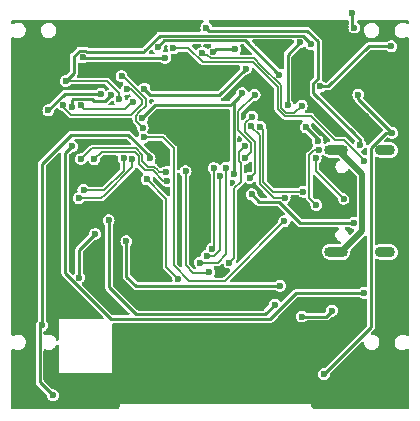
<source format=gbr>
G04 #@! TF.GenerationSoftware,KiCad,Pcbnew,7.0.2*
G04 #@! TF.CreationDate,2023-08-08T21:17:24+02:00*
G04 #@! TF.ProjectId,Watchy,57617463-6879-42e6-9b69-6361645f7063,rev?*
G04 #@! TF.SameCoordinates,Original*
G04 #@! TF.FileFunction,Copper,L2,Bot*
G04 #@! TF.FilePolarity,Positive*
%FSLAX46Y46*%
G04 Gerber Fmt 4.6, Leading zero omitted, Abs format (unit mm)*
G04 Created by KiCad (PCBNEW 7.0.2) date 2023-08-08 21:17:24*
%MOMM*%
%LPD*%
G01*
G04 APERTURE LIST*
G04 #@! TA.AperFunction,ComponentPad*
%ADD10O,2.000000X0.900000*%
G04 #@! TD*
G04 #@! TA.AperFunction,ComponentPad*
%ADD11O,1.700000X0.900000*%
G04 #@! TD*
G04 #@! TA.AperFunction,ViaPad*
%ADD12C,0.600000*%
G04 #@! TD*
G04 #@! TA.AperFunction,Conductor*
%ADD13C,0.152400*%
G04 #@! TD*
G04 #@! TA.AperFunction,Conductor*
%ADD14C,0.250000*%
G04 #@! TD*
G04 #@! TA.AperFunction,Conductor*
%ADD15C,0.500000*%
G04 #@! TD*
G04 APERTURE END LIST*
D10*
X96270000Y-98680000D03*
D11*
X100440000Y-98680000D03*
D10*
X96270000Y-90040000D03*
D11*
X100440000Y-90040000D03*
D12*
X89128800Y-87223600D03*
X88965498Y-92394498D03*
X89089056Y-87987450D03*
X89839800Y-88061800D03*
X82194400Y-86918800D03*
X82194400Y-87960200D03*
X85775800Y-86893400D03*
X84150200Y-86868000D03*
X83185000Y-86918800D03*
X83261200Y-87833200D03*
X84328000Y-87833200D03*
X85750400Y-87858600D03*
X85725000Y-88874600D03*
X84353400Y-88874600D03*
X83108800Y-88874600D03*
X79248000Y-102565200D03*
X90678000Y-85267800D03*
X93192600Y-85369400D03*
X85110000Y-93865000D03*
X96113600Y-83108800D03*
X95859600Y-79705200D03*
X93116400Y-83896200D03*
X89281000Y-83845400D03*
X74447400Y-87909400D03*
X74646072Y-86272500D03*
X76606400Y-92481400D03*
X72517000Y-83947000D03*
X71094600Y-86131400D03*
X77546200Y-79959200D03*
X83559000Y-84817900D03*
X83591400Y-82143600D03*
X89636600Y-80975200D03*
X98094800Y-83159600D03*
X97967800Y-84023200D03*
X95859600Y-85699600D03*
X98781901Y-87184161D03*
X89103200Y-100736400D03*
X89128600Y-100025200D03*
X88417400Y-100761800D03*
X101720000Y-111075000D03*
X101720000Y-105075000D03*
X101720000Y-102075000D03*
X101720000Y-101075000D03*
X101720000Y-100075000D03*
X101720000Y-97075000D03*
X101720000Y-96075000D03*
X101720000Y-95075000D03*
X101720000Y-94075000D03*
X101720000Y-93075000D03*
X101720000Y-92075000D03*
X101720000Y-91075000D03*
X100720000Y-111075000D03*
X100720000Y-107075000D03*
X100720000Y-106075000D03*
X100720000Y-102075000D03*
X100720000Y-101075000D03*
X100720000Y-100075000D03*
X99720000Y-111075000D03*
X98720000Y-111075000D03*
X93720000Y-109075000D03*
X92720000Y-110075000D03*
X92720000Y-109075000D03*
X92720000Y-108075000D03*
X92720000Y-107075000D03*
X92720000Y-106075000D03*
X91720000Y-110075000D03*
X91720000Y-109075000D03*
X91720000Y-108075000D03*
X91720000Y-107075000D03*
X90720000Y-110075000D03*
X90720000Y-109075000D03*
X90720000Y-108075000D03*
X90720000Y-105075000D03*
X89720000Y-110075000D03*
X89720000Y-109075000D03*
X89720000Y-106075000D03*
X89720000Y-105075000D03*
X89720000Y-103075000D03*
X88720000Y-110075000D03*
X88720000Y-109075000D03*
X88720000Y-107075000D03*
X88720000Y-106075000D03*
X88720000Y-105075000D03*
X88720000Y-103075000D03*
X87720000Y-110075000D03*
X87720000Y-109075000D03*
X87720000Y-107075000D03*
X87720000Y-106075000D03*
X87720000Y-105075000D03*
X87720000Y-103075000D03*
X86720000Y-110075000D03*
X86720000Y-109075000D03*
X86720000Y-107075000D03*
X86720000Y-106075000D03*
X86720000Y-105075000D03*
X86720000Y-103075000D03*
X85720000Y-110075000D03*
X85720000Y-109075000D03*
X85720000Y-107075000D03*
X85720000Y-106075000D03*
X85720000Y-105075000D03*
X85720000Y-103075000D03*
X84720000Y-110075000D03*
X84720000Y-109075000D03*
X84720000Y-107075000D03*
X84720000Y-106075000D03*
X84720000Y-105075000D03*
X84720000Y-103075000D03*
X84720000Y-92075000D03*
X83720000Y-110075000D03*
X83720000Y-109075000D03*
X83720000Y-107075000D03*
X83720000Y-106075000D03*
X83720000Y-105075000D03*
X83720000Y-103075000D03*
X82720000Y-110075000D03*
X82720000Y-109075000D03*
X82720000Y-107075000D03*
X82720000Y-106075000D03*
X82720000Y-105075000D03*
X82720000Y-103075000D03*
X81720000Y-110075000D03*
X81720000Y-109075000D03*
X81720000Y-107075000D03*
X81720000Y-106075000D03*
X81720000Y-105075000D03*
X81720000Y-103075000D03*
X80720000Y-110075000D03*
X80720000Y-109075000D03*
X80720000Y-107075000D03*
X80720000Y-106075000D03*
X80720000Y-105075000D03*
X80720000Y-103075000D03*
X79720000Y-110075000D03*
X79720000Y-109075000D03*
X79720000Y-107075000D03*
X79720000Y-106075000D03*
X79720000Y-105075000D03*
X79720000Y-81075000D03*
X78720000Y-110075000D03*
X78720000Y-109075000D03*
X77720000Y-110075000D03*
X77720000Y-109075000D03*
X77720000Y-106075000D03*
X77720000Y-105075000D03*
X76720000Y-111075000D03*
X75720000Y-111075000D03*
X74720000Y-111075000D03*
X74720000Y-96075000D03*
X73720000Y-111075000D03*
X70720000Y-111075000D03*
X70720000Y-100075000D03*
X70720000Y-94075000D03*
X70720000Y-93075000D03*
X70720000Y-92075000D03*
X70720000Y-91075000D03*
X70720000Y-90075000D03*
X70720000Y-80075000D03*
X69720000Y-111075000D03*
X69720000Y-100075000D03*
X69720000Y-95075000D03*
X69720000Y-94075000D03*
X69720000Y-93075000D03*
X69720000Y-92075000D03*
X69720000Y-91075000D03*
X69720000Y-90075000D03*
X69720000Y-89075000D03*
X69720000Y-88075000D03*
X69720000Y-87075000D03*
X92985000Y-96774000D03*
X94742000Y-97536000D03*
X97256600Y-95478600D03*
X95690000Y-91160000D03*
X94531300Y-90719076D03*
X94814812Y-90022672D03*
X74041000Y-92075000D03*
X75209400Y-91643200D03*
X89103200Y-93802200D03*
X91894088Y-94096400D03*
X93475100Y-93568300D03*
X97790000Y-96215200D03*
X98272600Y-89585800D03*
X98628500Y-90957400D03*
X85267800Y-79679800D03*
X84942050Y-81800709D03*
X79095600Y-85979000D03*
X78551599Y-84859051D03*
X73175430Y-86231030D03*
X73888600Y-89738200D03*
X98628500Y-102133400D03*
X97810000Y-79670000D03*
X97637600Y-78435200D03*
X88620600Y-83145990D03*
X80035400Y-84848450D03*
X87579200Y-92100400D03*
X95889400Y-103650800D03*
X87706200Y-81508600D03*
X79833297Y-87348450D03*
X88300736Y-85233657D03*
X100909170Y-81259630D03*
X93370400Y-104140000D03*
X94919800Y-84658200D03*
X85875850Y-81755369D03*
X93675200Y-88112600D03*
X94691200Y-89281000D03*
X93185600Y-80924400D03*
X92144200Y-86233000D03*
X87216600Y-99568000D03*
X88537400Y-89662000D03*
X82900476Y-100944724D03*
X80213200Y-92506800D03*
X85521800Y-100355400D03*
X83508200Y-91846400D03*
X84727400Y-99568000D03*
X86962600Y-91541600D03*
X86434500Y-92227400D03*
X85286200Y-99009200D03*
X85906400Y-91567000D03*
X85753100Y-98405053D03*
X77005800Y-95986600D03*
X91077400Y-103124000D03*
X78504400Y-97764600D03*
X91510491Y-101537111D03*
X75862800Y-97155000D03*
X74491200Y-100838000D03*
X79984600Y-88976200D03*
X91872100Y-96063053D03*
X88537900Y-90754200D03*
X81889600Y-91900924D03*
X74676000Y-90805000D03*
X89352076Y-85374524D03*
X75797300Y-90819700D03*
X81958800Y-92659200D03*
X81781000Y-82245200D03*
X74796000Y-82194400D03*
X98138600Y-85345000D03*
X95217600Y-109016800D03*
X77894800Y-85750400D03*
X73373600Y-84201000D03*
X101008800Y-88595200D03*
X94141600Y-81085702D03*
X80467776Y-90746624D03*
X71367000Y-104876600D03*
X72281400Y-110820200D03*
X82484852Y-81408781D03*
X79883000Y-88138000D03*
X78091733Y-83774190D03*
X79019336Y-90781084D03*
X74465800Y-94107900D03*
X74872200Y-93421200D03*
X78268224Y-90746624D03*
X96894000Y-94157800D03*
X94582600Y-94691200D03*
X91458400Y-83667600D03*
X81171400Y-81305400D03*
X93338000Y-86283800D03*
X73907000Y-86410800D03*
X77234400Y-85344000D03*
X71900400Y-86690200D03*
X76320000Y-85293200D03*
D13*
X88560456Y-88506450D02*
X88560456Y-87768496D01*
X89105352Y-87223600D02*
X89128800Y-87223600D01*
X89408000Y-91951996D02*
X89408000Y-89353994D01*
X89408000Y-89353994D02*
X88560456Y-88506450D01*
X88965498Y-92394498D02*
X89408000Y-91951996D01*
X88560456Y-87768496D02*
X89105352Y-87223600D01*
X87960200Y-86766400D02*
X89352076Y-85374524D01*
X87932800Y-86766400D02*
X87960200Y-86766400D01*
X87932800Y-88309846D02*
X87932800Y-86766400D01*
X89066000Y-89443046D02*
X87932800Y-88309846D01*
X89066000Y-90226100D02*
X89066000Y-89443046D01*
X88537900Y-90754200D02*
X89066000Y-90226100D01*
X89089056Y-87987450D02*
X89089056Y-88058610D01*
X89089056Y-88058610D02*
X89789000Y-88758554D01*
X89789000Y-88758554D02*
X89789000Y-89185652D01*
X90893552Y-93568300D02*
X93475100Y-93568300D01*
X90093800Y-92768548D02*
X90893552Y-93568300D01*
X90093800Y-88315800D02*
X90093800Y-92768548D01*
X89839800Y-88061800D02*
X90093800Y-88315800D01*
D14*
X84720000Y-93475000D02*
X85110000Y-93865000D01*
X84720000Y-92075000D02*
X84720000Y-93475000D01*
D13*
X75463400Y-86541728D02*
X74915300Y-86541728D01*
X74915300Y-86541728D02*
X74646072Y-86272500D01*
X78405872Y-86541728D02*
X75463400Y-86541728D01*
D14*
X73907000Y-85808200D02*
X73907000Y-86410800D01*
X75615800Y-85695600D02*
X74019600Y-85695600D01*
X74019600Y-85695600D02*
X73907000Y-85808200D01*
X75790800Y-85870600D02*
X75615800Y-85695600D01*
X77234400Y-85344000D02*
X76707800Y-85870600D01*
X76707800Y-85870600D02*
X75790800Y-85870600D01*
D13*
X76047600Y-92481400D02*
X75209400Y-91643200D01*
X76606400Y-92481400D02*
X76047600Y-92481400D01*
X78268224Y-91778524D02*
X78268224Y-90746624D01*
X76625548Y-93421200D02*
X78268224Y-91778524D01*
X74872200Y-93421200D02*
X76625548Y-93421200D01*
D14*
X78604200Y-79959200D02*
X79720000Y-81075000D01*
X77546200Y-79959200D02*
X78604200Y-79959200D01*
X74084800Y-83489800D02*
X73373600Y-84201000D01*
X74084800Y-82067400D02*
X74084800Y-83489800D01*
X74535200Y-81617000D02*
X74084800Y-82067400D01*
X75035167Y-81617000D02*
X74535200Y-81617000D01*
X75155367Y-81737200D02*
X75035167Y-81617000D01*
X81313234Y-80346999D02*
X80010000Y-81650233D01*
X93446400Y-80347000D02*
X81313234Y-80346999D01*
X94141600Y-81042200D02*
X93446400Y-80347000D01*
X80010000Y-81737200D02*
X75155367Y-81737200D01*
X94141600Y-81085702D02*
X94141600Y-81042200D01*
X80010000Y-81650233D02*
X80010000Y-81737200D01*
X83559000Y-82176000D02*
X83559000Y-84817900D01*
X83591400Y-82143600D02*
X83559000Y-82176000D01*
X80035400Y-84912200D02*
X80518000Y-85394800D01*
X80518000Y-85394800D02*
X86371790Y-85394800D01*
X80035400Y-84848450D02*
X80035400Y-84912200D01*
X86371790Y-85394800D02*
X88620600Y-83145990D01*
X87922897Y-85611497D02*
X88300736Y-85233657D01*
X80834974Y-86346774D02*
X80948748Y-86233000D01*
X80948748Y-86233000D02*
X87301394Y-86233000D01*
X87579200Y-85955193D02*
X87922897Y-85611497D01*
X80834974Y-86346774D02*
X79833297Y-87348450D01*
X87301394Y-86233000D02*
X87922897Y-85611497D01*
X99004170Y-81259630D02*
X100909170Y-81259630D01*
X95605600Y-84658200D02*
X99004170Y-81259630D01*
X94919800Y-84658200D02*
X95605600Y-84658200D01*
X93747000Y-97536000D02*
X92985000Y-96774000D01*
X94742000Y-97536000D02*
X93747000Y-97536000D01*
X97471400Y-95263800D02*
X97256600Y-95478600D01*
X95690000Y-92137233D02*
X97471400Y-93918633D01*
X97471400Y-93918633D02*
X97471400Y-95263800D01*
X95690000Y-91160000D02*
X95690000Y-92137233D01*
D13*
X94531300Y-91795100D02*
X96894000Y-94157800D01*
X94531300Y-90719076D02*
X94531300Y-91795100D01*
X94003200Y-94111800D02*
X94582600Y-94691200D01*
X94003200Y-90426200D02*
X94003200Y-94111800D01*
X94406728Y-90022672D02*
X94003200Y-90426200D01*
X94814812Y-90022672D02*
X94406728Y-90022672D01*
D14*
X74472800Y-91643200D02*
X74041000Y-92075000D01*
X75209400Y-91643200D02*
X74472800Y-91643200D01*
X73332217Y-100495585D02*
X73332217Y-90294583D01*
X90653367Y-104364600D02*
X77201233Y-104364600D01*
X73332217Y-90294583D02*
X73888600Y-89738200D01*
X92884567Y-102133400D02*
X90653367Y-104364600D01*
X77201233Y-104364600D02*
X73332217Y-100495585D01*
X98628500Y-102133400D02*
X92884567Y-102133400D01*
D15*
X96671400Y-98680000D02*
X96270000Y-98680000D01*
X98492400Y-92081029D02*
X98492400Y-96859000D01*
X96451371Y-90040000D02*
X98492400Y-92081029D01*
X96270000Y-90040000D02*
X96451371Y-90040000D01*
X98492400Y-96859000D02*
X96671400Y-98680000D01*
D14*
X91431121Y-94450000D02*
X89751000Y-94450000D01*
X93196321Y-96215200D02*
X91431121Y-94450000D01*
X89751000Y-94450000D02*
X89103200Y-93802200D01*
X97790000Y-96215200D02*
X93196321Y-96215200D01*
D13*
X90990600Y-94096400D02*
X90230000Y-93335800D01*
X91894088Y-94096400D02*
X90990600Y-94096400D01*
X90230000Y-93335800D02*
X89789000Y-92894800D01*
D14*
X98272600Y-89154000D02*
X98272600Y-89585800D01*
X97739200Y-88620600D02*
X98272600Y-89154000D01*
D13*
X98628500Y-90957400D02*
X98628500Y-90888815D01*
X98628500Y-90888815D02*
X96969885Y-89230200D01*
X96969885Y-89230200D02*
X96182800Y-89230200D01*
D14*
X94719000Y-84020800D02*
X94342400Y-84397400D01*
X94342400Y-85223800D02*
X97739200Y-88620600D01*
X94342400Y-84397400D02*
X94342400Y-85223800D01*
X94719000Y-80846535D02*
X94719000Y-84020800D01*
X93817065Y-79944600D02*
X94719000Y-80846535D01*
X90170000Y-79944600D02*
X93817065Y-79944600D01*
X85532600Y-79944600D02*
X90170000Y-79944600D01*
X85267800Y-79679800D02*
X85532600Y-79944600D01*
D13*
X82508471Y-81432400D02*
X82484852Y-81408781D01*
X83845400Y-81432400D02*
X82508471Y-81432400D01*
X84982556Y-82588769D02*
X83845400Y-81451613D01*
X89200963Y-82588769D02*
X84982556Y-82588769D01*
X91310800Y-84698606D02*
X89200963Y-82588769D01*
X91310800Y-86586400D02*
X91310800Y-84698606D01*
X91919100Y-87194700D02*
X91310800Y-86586400D01*
X94147300Y-87194700D02*
X91919100Y-87194700D01*
X96182800Y-89230200D02*
X94147300Y-87194700D01*
X85115664Y-81974323D02*
X84942050Y-81800709D01*
X85347250Y-81974323D02*
X85115664Y-81974323D01*
X85656896Y-82283969D02*
X85347250Y-81974323D01*
X89327215Y-82283969D02*
X85656896Y-82283969D01*
X89932423Y-82889177D02*
X89327215Y-82283969D01*
X91615600Y-84572354D02*
X89932423Y-82889177D01*
X78968600Y-85979000D02*
X79095600Y-85979000D01*
X78405872Y-86541728D02*
X78968600Y-85979000D01*
X78867395Y-84859051D02*
X78551599Y-84859051D01*
X79844900Y-86158242D02*
X79844900Y-85836556D01*
X78931941Y-87071200D02*
X79844900Y-86158242D01*
X73819846Y-87071200D02*
X78931941Y-87071200D01*
X79844900Y-85836556D02*
X78867395Y-84859051D01*
X73175430Y-86426784D02*
X73819846Y-87071200D01*
X73175430Y-86231030D02*
X73175430Y-86426784D01*
X78213586Y-83774190D02*
X78091733Y-83774190D01*
X80149700Y-86296500D02*
X80149700Y-85710304D01*
X79603600Y-86842600D02*
X80149700Y-86296500D01*
X80149700Y-85710304D02*
X78213586Y-83774190D01*
X79304697Y-87129496D02*
X79591593Y-86842600D01*
X79304697Y-87567404D02*
X79304697Y-87129496D01*
X79591593Y-86842600D02*
X79603600Y-86842600D01*
X79883000Y-88138000D02*
X79875293Y-88138000D01*
X79875293Y-88138000D02*
X79304697Y-87567404D01*
D14*
X97637600Y-79497600D02*
X97810000Y-79670000D01*
X97637600Y-78435200D02*
X97637600Y-79497600D01*
D13*
X91615600Y-86451954D02*
X91615600Y-84572354D01*
X92731900Y-86889900D02*
X92053546Y-86889900D01*
X92053546Y-86889900D02*
X91615600Y-86451954D01*
X93338000Y-86283800D02*
X92731900Y-86889900D01*
D14*
X87579200Y-92100400D02*
X87579200Y-85955193D01*
X86122619Y-81508600D02*
X85875850Y-81755369D01*
X95400200Y-104140000D02*
X95889400Y-103650800D01*
X93370400Y-104140000D02*
X95400200Y-104140000D01*
X87706200Y-81508600D02*
X86122619Y-81508600D01*
X94691200Y-89128600D02*
X93675200Y-88112600D01*
X92144200Y-81965800D02*
X93185600Y-80924400D01*
X94691200Y-89281000D02*
X94691200Y-89128600D01*
X92144200Y-86233000D02*
X92144200Y-81965800D01*
D13*
X88537400Y-89662000D02*
X88009300Y-90190100D01*
X88009300Y-90190100D02*
X88009300Y-90973154D01*
X88009300Y-90973154D02*
X88196746Y-91160600D01*
X87623000Y-99161600D02*
X87216600Y-99568000D01*
X88196746Y-92720454D02*
X87623000Y-93294200D01*
X87623000Y-93294200D02*
X87623000Y-99161600D01*
X88196746Y-91160600D02*
X88196746Y-92720454D01*
X81889600Y-94183200D02*
X80213200Y-92506800D01*
X81889600Y-99263200D02*
X81889600Y-98577400D01*
X81889600Y-98323400D02*
X81889600Y-99933848D01*
X81889600Y-99933848D02*
X82900476Y-100944724D01*
X81889600Y-98323400D02*
X81889600Y-94183200D01*
X81889600Y-98577400D02*
X81889600Y-98323400D01*
X83508200Y-91846400D02*
X83508200Y-99815000D01*
X84175600Y-100482400D02*
X85394800Y-100482400D01*
X85394800Y-100482400D02*
X85521800Y-100355400D01*
X83508200Y-99815000D02*
X84175600Y-100482400D01*
X86962600Y-98856800D02*
X86962600Y-91541600D01*
X84727400Y-99568000D02*
X86251400Y-99568000D01*
X86251400Y-99568000D02*
X86962600Y-98856800D01*
X85286200Y-99009200D02*
X85895800Y-99009200D01*
X86434500Y-98470500D02*
X86434500Y-92227400D01*
X85895800Y-99009200D02*
X86434500Y-98470500D01*
X85753100Y-98405053D02*
X85906400Y-98251753D01*
X85906400Y-98251753D02*
X85906400Y-91567000D01*
D14*
X90239200Y-103962200D02*
X91077400Y-103124000D01*
X79342600Y-103962200D02*
X90239200Y-103962200D01*
X77005800Y-95986600D02*
X77005800Y-101625400D01*
X77005800Y-101625400D02*
X79342600Y-103962200D01*
X78504400Y-97764600D02*
X78504400Y-100761800D01*
X79279711Y-101537111D02*
X91510491Y-101537111D01*
X78504400Y-100761800D02*
X79279711Y-101537111D01*
X74491200Y-98526600D02*
X75862800Y-97155000D01*
X74491200Y-100838000D02*
X74491200Y-98526600D01*
D13*
X86817754Y-101117400D02*
X91872100Y-96063053D01*
X82517600Y-99815000D02*
X83820000Y-101117400D01*
X79984600Y-88976200D02*
X81584800Y-88976200D01*
X81838800Y-89230200D02*
X82517600Y-89909000D01*
X81584800Y-88976200D02*
X81838800Y-89230200D01*
X83820000Y-101117400D02*
X86817754Y-101117400D01*
X82517600Y-89909000D02*
X82517600Y-99815000D01*
X80844650Y-91440000D02*
X81153000Y-91748350D01*
X79330082Y-89913224D02*
X79857600Y-90440742D01*
X80365600Y-91440000D02*
X80844650Y-91440000D01*
X75567776Y-89913224D02*
X79330082Y-89913224D01*
X81153000Y-91748350D02*
X81305574Y-91900924D01*
X79857600Y-90932000D02*
X80365600Y-91440000D01*
X74676000Y-90805000D02*
X75567776Y-89913224D01*
X81305574Y-91900924D02*
X81889600Y-91900924D01*
X79857600Y-90440742D02*
X79857600Y-90932000D01*
X80718398Y-91744800D02*
X81632798Y-92659200D01*
X80056000Y-91744800D02*
X80718398Y-91744800D01*
X79547936Y-90562130D02*
X79547936Y-91236736D01*
X81632798Y-92659200D02*
X81958800Y-92659200D01*
X75797300Y-90819700D02*
X76398976Y-90218024D01*
X79203830Y-90218024D02*
X79547936Y-90562130D01*
X79547936Y-91236736D02*
X80056000Y-91744800D01*
X76398976Y-90218024D02*
X79203830Y-90218024D01*
D14*
X74846800Y-82245200D02*
X74796000Y-82194400D01*
X81781000Y-82245200D02*
X74846800Y-82245200D01*
D13*
X77894800Y-85256846D02*
X76838954Y-84201000D01*
D14*
X99205400Y-89845901D02*
X100456101Y-88595200D01*
D13*
X76838954Y-84201000D02*
X73373600Y-84201000D01*
D14*
X101008800Y-88595200D02*
X98138600Y-85725000D01*
X98138600Y-85725000D02*
X98138600Y-85345000D01*
D13*
X77894800Y-85750400D02*
X77894800Y-85256846D01*
D14*
X99205400Y-105029000D02*
X99205400Y-89845901D01*
X95217600Y-109016800D02*
X99205400Y-105029000D01*
X100456101Y-88595200D02*
X101008800Y-88595200D01*
X72281400Y-110820200D02*
X71155000Y-109693800D01*
X80467776Y-90550852D02*
X80467776Y-90746624D01*
X78664524Y-88747600D02*
X80467776Y-90550852D01*
X71367000Y-104876600D02*
X71367000Y-91211400D01*
X71155000Y-109693800D02*
X71155000Y-105088600D01*
X73830800Y-88747600D02*
X78664524Y-88747600D01*
X71367000Y-91211400D02*
X73830800Y-88747600D01*
X71155000Y-105088600D02*
X71367000Y-104876600D01*
D13*
X89789000Y-92894800D02*
X89789000Y-89185652D01*
X76650200Y-93827600D02*
X76369900Y-94107900D01*
X76369900Y-94107900D02*
X74465800Y-94107900D01*
X79019336Y-91458464D02*
X76650200Y-93827600D01*
X79019336Y-90781084D02*
X79019336Y-91458464D01*
D14*
X88540200Y-80749400D02*
X91458400Y-83667600D01*
X81727400Y-80749400D02*
X82746200Y-80749400D01*
X82746200Y-80749400D02*
X88540200Y-80749400D01*
X81171400Y-81305400D02*
X81727400Y-80749400D01*
X73297400Y-85293200D02*
X76320000Y-85293200D01*
X71900400Y-86690200D02*
X73297400Y-85293200D01*
G04 #@! TA.AperFunction,Conductor*
G36*
X69329483Y-79050002D02*
G01*
X69349440Y-79073034D01*
X69366118Y-79052399D01*
X69433513Y-79030074D01*
X69437831Y-79030000D01*
X71861362Y-79030000D01*
X71929483Y-79050002D01*
X71949440Y-79073034D01*
X71966118Y-79052399D01*
X72033513Y-79030074D01*
X72037831Y-79030000D01*
X84918119Y-79030000D01*
X84986240Y-79050002D01*
X85032733Y-79103658D01*
X85042837Y-79173932D01*
X85013343Y-79238512D01*
X84986239Y-79261998D01*
X84934555Y-79295212D01*
X84839703Y-79404678D01*
X84779532Y-79536434D01*
X84758919Y-79679800D01*
X84779532Y-79823165D01*
X84779532Y-79823166D01*
X84779533Y-79823168D01*
X84787201Y-79839959D01*
X84797305Y-79910231D01*
X84767811Y-79974811D01*
X84708085Y-80013195D01*
X84672587Y-80018299D01*
X81333082Y-80018299D01*
X81322098Y-80017819D01*
X81284143Y-80014497D01*
X81247331Y-80024361D01*
X81236605Y-80026739D01*
X81197950Y-80033555D01*
X81173116Y-80043842D01*
X81140955Y-80066360D01*
X81131691Y-80072262D01*
X81098689Y-80091316D01*
X81074189Y-80120514D01*
X81066764Y-80128615D01*
X79823785Y-81371595D01*
X79761473Y-81405620D01*
X79734690Y-81408500D01*
X75348057Y-81408500D01*
X75279936Y-81388498D01*
X75251536Y-81363492D01*
X75249710Y-81361316D01*
X75216710Y-81342263D01*
X75207443Y-81336359D01*
X75175284Y-81313842D01*
X75150453Y-81303556D01*
X75111798Y-81296740D01*
X75101071Y-81294362D01*
X75064258Y-81284498D01*
X75026286Y-81287821D01*
X75015305Y-81288300D01*
X74555062Y-81288300D01*
X74544081Y-81287821D01*
X74506108Y-81284498D01*
X74469296Y-81294362D01*
X74458570Y-81296740D01*
X74419916Y-81303556D01*
X74395082Y-81313843D01*
X74362921Y-81336361D01*
X74353657Y-81342263D01*
X74320655Y-81361317D01*
X74296155Y-81390515D01*
X74288730Y-81398616D01*
X73866415Y-81820931D01*
X73858313Y-81828356D01*
X73829118Y-81852854D01*
X73810063Y-81885857D01*
X73804161Y-81895121D01*
X73785271Y-81922101D01*
X73781643Y-81927282D01*
X73771356Y-81952116D01*
X73764540Y-81990770D01*
X73762162Y-82001496D01*
X73752298Y-82038309D01*
X73755620Y-82076267D01*
X73756100Y-82087250D01*
X73756100Y-83301458D01*
X73736098Y-83369579D01*
X73719195Y-83390553D01*
X73449353Y-83660395D01*
X73387041Y-83694421D01*
X73360258Y-83697300D01*
X73301178Y-83697300D01*
X73162203Y-83738106D01*
X73040355Y-83816412D01*
X72945503Y-83925878D01*
X72885332Y-84057634D01*
X72864719Y-84200999D01*
X72885332Y-84344365D01*
X72885332Y-84344366D01*
X72885333Y-84344368D01*
X72945503Y-84476121D01*
X73029732Y-84573328D01*
X73040355Y-84585587D01*
X73087539Y-84615910D01*
X73162204Y-84663894D01*
X73260371Y-84692718D01*
X73301178Y-84704700D01*
X73301179Y-84704700D01*
X73446022Y-84704700D01*
X73477565Y-84695437D01*
X73584996Y-84663894D01*
X73706846Y-84585586D01*
X73759873Y-84524388D01*
X73819600Y-84486004D01*
X73855099Y-84480900D01*
X76670826Y-84480900D01*
X76738947Y-84500902D01*
X76759921Y-84517805D01*
X76973452Y-84731336D01*
X77007478Y-84793648D01*
X77002413Y-84864463D01*
X76959866Y-84921299D01*
X76952479Y-84926428D01*
X76901152Y-84959414D01*
X76894430Y-84967172D01*
X76834703Y-85005554D01*
X76763706Y-85005552D01*
X76703983Y-84967168D01*
X76653246Y-84908613D01*
X76531396Y-84830306D01*
X76392422Y-84789500D01*
X76392421Y-84789500D01*
X76247579Y-84789500D01*
X76247578Y-84789500D01*
X76108603Y-84830306D01*
X75986755Y-84908612D01*
X75976011Y-84921012D01*
X75916285Y-84959396D01*
X75880786Y-84964500D01*
X73317251Y-84964500D01*
X73306270Y-84964021D01*
X73268308Y-84960699D01*
X73231504Y-84970561D01*
X73220788Y-84972937D01*
X73194595Y-84977556D01*
X73182114Y-84979757D01*
X73157282Y-84990042D01*
X73125123Y-85012560D01*
X73115856Y-85018463D01*
X73082857Y-85037515D01*
X73058355Y-85066715D01*
X73050930Y-85074816D01*
X71976151Y-86149596D01*
X71913841Y-86183620D01*
X71887058Y-86186500D01*
X71827978Y-86186500D01*
X71689003Y-86227306D01*
X71567155Y-86305612D01*
X71472303Y-86415078D01*
X71412132Y-86546834D01*
X71391519Y-86690200D01*
X71412132Y-86833565D01*
X71412132Y-86833566D01*
X71412133Y-86833568D01*
X71465631Y-86950712D01*
X71472303Y-86965321D01*
X71567155Y-87074787D01*
X71575628Y-87080232D01*
X71689004Y-87153094D01*
X71787172Y-87181918D01*
X71827978Y-87193900D01*
X71827979Y-87193900D01*
X71972822Y-87193900D01*
X72004365Y-87184637D01*
X72111796Y-87153094D01*
X72233646Y-87074786D01*
X72328497Y-86965321D01*
X72388667Y-86833568D01*
X72401067Y-86747321D01*
X72410706Y-86680285D01*
X72440199Y-86615704D01*
X72446314Y-86609136D01*
X72559705Y-86495745D01*
X72622015Y-86461721D01*
X72692830Y-86466786D01*
X72744023Y-86502330D01*
X72747332Y-86506148D01*
X72747333Y-86506151D01*
X72795466Y-86561700D01*
X72842185Y-86615617D01*
X72847031Y-86618731D01*
X72964034Y-86693924D01*
X73050250Y-86719238D01*
X73103847Y-86751039D01*
X73575108Y-87222300D01*
X73584607Y-87235501D01*
X73624363Y-87271744D01*
X73628552Y-87275744D01*
X73640266Y-87287458D01*
X73641220Y-87288412D01*
X73652099Y-87297029D01*
X73669945Y-87313298D01*
X73674818Y-87315185D01*
X73700514Y-87328729D01*
X73704830Y-87331686D01*
X73728332Y-87337213D01*
X73745003Y-87342375D01*
X73767524Y-87351100D01*
X73772757Y-87351100D01*
X73801605Y-87354446D01*
X73806695Y-87355644D01*
X73830611Y-87352308D01*
X73848018Y-87351100D01*
X78865731Y-87351100D01*
X78881771Y-87353717D01*
X78892599Y-87353216D01*
X78892601Y-87353217D01*
X78892980Y-87353199D01*
X78961951Y-87370035D01*
X79010872Y-87421487D01*
X79024797Y-87479065D01*
X79024797Y-87501192D01*
X79022179Y-87517242D01*
X79022679Y-87528063D01*
X79022679Y-87528064D01*
X79023289Y-87541262D01*
X79024663Y-87570976D01*
X79024797Y-87576794D01*
X79024797Y-87594678D01*
X79026395Y-87608465D01*
X79027511Y-87632596D01*
X79029625Y-87637383D01*
X79038214Y-87665118D01*
X79039176Y-87670267D01*
X79051888Y-87690796D01*
X79060026Y-87706233D01*
X79069780Y-87728325D01*
X79069781Y-87728326D01*
X79073481Y-87732026D01*
X79091508Y-87754783D01*
X79094266Y-87759237D01*
X79113538Y-87773791D01*
X79126699Y-87785244D01*
X79342762Y-88001307D01*
X79376788Y-88063619D01*
X79378385Y-88108332D01*
X79374119Y-88138002D01*
X79394732Y-88281365D01*
X79394732Y-88281366D01*
X79394733Y-88281368D01*
X79454903Y-88413121D01*
X79549754Y-88522586D01*
X79549755Y-88522587D01*
X79558964Y-88533214D01*
X79588457Y-88597795D01*
X79578353Y-88668069D01*
X79558966Y-88698235D01*
X79556504Y-88701075D01*
X79539382Y-88738568D01*
X79496333Y-88832832D01*
X79496332Y-88832833D01*
X79488808Y-88849311D01*
X79488072Y-88848974D01*
X79467246Y-88894574D01*
X79407518Y-88932955D01*
X79336522Y-88932953D01*
X79282929Y-88901153D01*
X78910993Y-88529217D01*
X78903566Y-88521113D01*
X78879067Y-88491916D01*
X78846067Y-88472863D01*
X78836800Y-88466959D01*
X78804641Y-88444442D01*
X78779810Y-88434156D01*
X78741155Y-88427340D01*
X78730428Y-88424962D01*
X78693615Y-88415098D01*
X78655643Y-88418421D01*
X78644662Y-88418900D01*
X73850651Y-88418900D01*
X73839670Y-88418421D01*
X73801708Y-88415099D01*
X73764904Y-88424961D01*
X73754188Y-88427337D01*
X73727995Y-88431956D01*
X73715514Y-88434157D01*
X73690682Y-88444442D01*
X73658523Y-88466960D01*
X73649256Y-88472863D01*
X73616257Y-88491915D01*
X73591755Y-88521115D01*
X73584330Y-88529216D01*
X71148615Y-90964931D01*
X71140513Y-90972356D01*
X71111318Y-90996854D01*
X71092263Y-91029857D01*
X71086361Y-91039121D01*
X71063843Y-91071282D01*
X71053556Y-91096116D01*
X71046740Y-91134770D01*
X71044362Y-91145496D01*
X71034498Y-91182309D01*
X71037820Y-91220267D01*
X71038300Y-91231250D01*
X71038300Y-104439772D01*
X71018298Y-104507893D01*
X71007525Y-104522284D01*
X70938903Y-104601478D01*
X70878732Y-104733234D01*
X70858119Y-104876598D01*
X70859118Y-104883545D01*
X70856106Y-104934087D01*
X70852993Y-104945704D01*
X70841556Y-104973316D01*
X70834740Y-105011970D01*
X70832362Y-105022696D01*
X70822498Y-105059509D01*
X70825820Y-105097467D01*
X70826300Y-105108450D01*
X70826300Y-109673937D01*
X70825821Y-109684918D01*
X70822498Y-109722891D01*
X70832362Y-109759704D01*
X70834740Y-109770431D01*
X70841556Y-109809086D01*
X70851842Y-109833917D01*
X70874359Y-109866076D01*
X70880263Y-109875343D01*
X70899316Y-109908343D01*
X70928516Y-109932845D01*
X70936619Y-109940271D01*
X71735471Y-110739123D01*
X71769497Y-110801435D01*
X71771093Y-110810285D01*
X71793132Y-110963565D01*
X71853303Y-111095321D01*
X71948155Y-111204787D01*
X72009079Y-111243939D01*
X72070004Y-111283094D01*
X72168171Y-111311918D01*
X72208978Y-111323900D01*
X72208979Y-111323900D01*
X72353822Y-111323900D01*
X72385365Y-111314637D01*
X72492796Y-111283094D01*
X72614646Y-111204786D01*
X72709497Y-111095321D01*
X72769667Y-110963568D01*
X72790280Y-110820200D01*
X72769667Y-110676832D01*
X72709497Y-110545079D01*
X72614646Y-110435614D01*
X72614645Y-110435613D01*
X72614644Y-110435612D01*
X72492796Y-110357306D01*
X72353822Y-110316500D01*
X72353821Y-110316500D01*
X72294742Y-110316500D01*
X72226621Y-110296498D01*
X72205647Y-110279595D01*
X71520605Y-109594553D01*
X71486579Y-109532241D01*
X71483700Y-109505458D01*
X71483700Y-107040018D01*
X71503702Y-106971897D01*
X71557358Y-106925404D01*
X71627632Y-106915300D01*
X71670400Y-106929604D01*
X71688632Y-106939627D01*
X71847823Y-106980500D01*
X71847825Y-106980500D01*
X71966966Y-106980500D01*
X71970925Y-106980500D01*
X72093058Y-106965071D01*
X72245871Y-106904568D01*
X72378837Y-106807963D01*
X72483600Y-106681326D01*
X72538760Y-106564106D01*
X72539992Y-106561488D01*
X72587095Y-106508367D01*
X72655439Y-106489144D01*
X72723327Y-106509923D01*
X72769204Y-106564106D01*
X72780000Y-106615136D01*
X72780000Y-108880000D01*
X77280000Y-108880000D01*
X77280000Y-104819300D01*
X77300002Y-104751179D01*
X77353658Y-104704686D01*
X77406000Y-104693300D01*
X90633505Y-104693300D01*
X90644486Y-104693779D01*
X90647847Y-104694072D01*
X90682457Y-104697101D01*
X90719285Y-104687232D01*
X90729984Y-104684860D01*
X90767523Y-104678242D01*
X90767523Y-104678241D01*
X90768661Y-104678041D01*
X90793478Y-104667761D01*
X90794422Y-104667099D01*
X90794425Y-104667099D01*
X90825662Y-104645225D01*
X90834891Y-104639346D01*
X90867911Y-104620283D01*
X90892423Y-104591068D01*
X90899828Y-104582989D01*
X91342817Y-104140000D01*
X92861519Y-104140000D01*
X92882132Y-104283365D01*
X92882132Y-104283366D01*
X92882133Y-104283368D01*
X92942303Y-104415121D01*
X93008930Y-104492014D01*
X93037155Y-104524587D01*
X93098079Y-104563739D01*
X93159004Y-104602894D01*
X93257171Y-104631718D01*
X93297978Y-104643700D01*
X93297979Y-104643700D01*
X93442822Y-104643700D01*
X93474365Y-104634437D01*
X93581796Y-104602894D01*
X93703646Y-104524586D01*
X93714388Y-104512188D01*
X93774115Y-104473804D01*
X93809614Y-104468700D01*
X95380338Y-104468700D01*
X95391319Y-104469179D01*
X95394680Y-104469472D01*
X95429290Y-104472501D01*
X95466118Y-104462632D01*
X95476817Y-104460260D01*
X95514356Y-104453642D01*
X95514356Y-104453641D01*
X95515494Y-104453441D01*
X95540311Y-104443161D01*
X95541255Y-104442499D01*
X95541258Y-104442499D01*
X95572495Y-104420625D01*
X95581724Y-104414746D01*
X95614744Y-104395683D01*
X95639251Y-104366475D01*
X95646655Y-104358395D01*
X95813647Y-104191404D01*
X95875961Y-104157379D01*
X95902743Y-104154500D01*
X95961822Y-104154500D01*
X96011204Y-104140000D01*
X96100796Y-104113694D01*
X96222646Y-104035386D01*
X96317497Y-103925921D01*
X96377667Y-103794168D01*
X96398280Y-103650800D01*
X96377667Y-103507432D01*
X96317497Y-103375679D01*
X96222646Y-103266214D01*
X96222645Y-103266213D01*
X96222644Y-103266212D01*
X96100796Y-103187906D01*
X95961822Y-103147100D01*
X95961821Y-103147100D01*
X95816979Y-103147100D01*
X95816978Y-103147100D01*
X95678003Y-103187906D01*
X95556155Y-103266212D01*
X95461303Y-103375678D01*
X95401132Y-103507434D01*
X95379094Y-103660711D01*
X95349601Y-103725292D01*
X95343474Y-103731873D01*
X95300954Y-103774394D01*
X95238642Y-103808420D01*
X95211857Y-103811300D01*
X93809614Y-103811300D01*
X93741493Y-103791298D01*
X93714389Y-103767812D01*
X93703644Y-103755412D01*
X93581796Y-103677106D01*
X93442822Y-103636300D01*
X93442821Y-103636300D01*
X93297979Y-103636300D01*
X93297978Y-103636300D01*
X93159003Y-103677106D01*
X93037155Y-103755412D01*
X92942303Y-103864878D01*
X92882132Y-103996634D01*
X92861519Y-104140000D01*
X91342817Y-104140000D01*
X92983813Y-102499005D01*
X93046126Y-102464979D01*
X93072909Y-102462100D01*
X98189286Y-102462100D01*
X98257407Y-102482102D01*
X98284511Y-102505588D01*
X98295255Y-102517987D01*
X98356179Y-102557140D01*
X98417104Y-102596294D01*
X98515272Y-102625118D01*
X98556078Y-102637100D01*
X98556079Y-102637100D01*
X98700922Y-102637100D01*
X98715202Y-102632907D01*
X98786199Y-102632907D01*
X98845925Y-102671291D01*
X98875418Y-102735872D01*
X98876700Y-102753803D01*
X98876700Y-104840658D01*
X98856698Y-104908779D01*
X98839795Y-104929753D01*
X95293353Y-108476195D01*
X95231041Y-108510221D01*
X95204258Y-108513100D01*
X95145178Y-108513100D01*
X95006203Y-108553906D01*
X94884355Y-108632212D01*
X94789503Y-108741678D01*
X94729332Y-108873434D01*
X94708719Y-109016799D01*
X94729332Y-109160165D01*
X94789503Y-109291921D01*
X94884355Y-109401387D01*
X94945279Y-109440539D01*
X95006204Y-109479694D01*
X95093950Y-109505458D01*
X95145178Y-109520500D01*
X95145179Y-109520500D01*
X95290022Y-109520500D01*
X95341250Y-109505458D01*
X95428996Y-109479694D01*
X95550846Y-109401386D01*
X95645697Y-109291921D01*
X95705867Y-109160168D01*
X95726480Y-109016800D01*
X95727906Y-109006885D01*
X95757399Y-108942304D01*
X95763514Y-108935736D01*
X98406155Y-106293095D01*
X98468465Y-106259071D01*
X98539280Y-106264136D01*
X98596116Y-106306683D01*
X98620927Y-106373203D01*
X98620999Y-106374279D01*
X98625943Y-106452859D01*
X98676732Y-106609172D01*
X98764797Y-106747939D01*
X98884608Y-106860449D01*
X99010402Y-106929605D01*
X99028632Y-106939627D01*
X99187823Y-106980500D01*
X99187825Y-106980500D01*
X99306966Y-106980500D01*
X99310925Y-106980500D01*
X99433058Y-106965071D01*
X99585871Y-106904568D01*
X99718837Y-106807963D01*
X99823600Y-106681326D01*
X99893579Y-106532613D01*
X99924376Y-106371170D01*
X99914056Y-106207140D01*
X99863268Y-106050829D01*
X99859845Y-106045436D01*
X99775202Y-105912060D01*
X99655391Y-105799550D01*
X99511371Y-105720374D01*
X99511368Y-105720373D01*
X99352177Y-105679500D01*
X99323941Y-105679500D01*
X99255820Y-105659498D01*
X99209327Y-105605842D01*
X99199223Y-105535568D01*
X99228717Y-105470988D01*
X99234831Y-105464419D01*
X99423807Y-105275443D01*
X99431876Y-105268049D01*
X99461083Y-105243544D01*
X99480142Y-105210530D01*
X99486028Y-105201291D01*
X99507899Y-105170058D01*
X99507899Y-105170055D01*
X99508561Y-105169111D01*
X99518841Y-105144294D01*
X99525659Y-105105626D01*
X99528032Y-105094918D01*
X99537901Y-105058090D01*
X99534579Y-105020119D01*
X99534100Y-105009138D01*
X99534100Y-99360905D01*
X99554102Y-99292784D01*
X99607758Y-99246291D01*
X99678032Y-99236187D01*
X99720799Y-99250490D01*
X99797444Y-99292626D01*
X99957418Y-99333700D01*
X99957420Y-99333700D01*
X100877168Y-99333700D01*
X100881131Y-99333700D01*
X100885072Y-99333202D01*
X100885074Y-99333202D01*
X101003858Y-99318197D01*
X101003861Y-99318196D01*
X101157426Y-99257395D01*
X101291045Y-99160315D01*
X101396324Y-99033054D01*
X101466647Y-98883610D01*
X101497596Y-98721372D01*
X101497191Y-98714941D01*
X101487225Y-98556535D01*
X101440407Y-98412444D01*
X101436187Y-98399456D01*
X101427953Y-98386482D01*
X101347688Y-98260004D01*
X101227290Y-98146943D01*
X101227289Y-98146942D01*
X101082556Y-98067374D01*
X100922582Y-98026300D01*
X99998869Y-98026300D01*
X99994944Y-98026795D01*
X99994925Y-98026797D01*
X99876141Y-98041802D01*
X99707774Y-98108465D01*
X99706086Y-98104203D01*
X99667278Y-98118045D01*
X99598128Y-98101956D01*
X99548654Y-98051037D01*
X99534100Y-97992250D01*
X99534100Y-90720905D01*
X99554102Y-90652784D01*
X99607758Y-90606291D01*
X99678032Y-90596187D01*
X99720799Y-90610490D01*
X99797444Y-90652626D01*
X99957418Y-90693700D01*
X99957420Y-90693700D01*
X100877168Y-90693700D01*
X100881131Y-90693700D01*
X100885072Y-90693202D01*
X100885074Y-90693202D01*
X101003858Y-90678197D01*
X101003861Y-90678196D01*
X101157426Y-90617395D01*
X101291045Y-90520315D01*
X101396324Y-90393054D01*
X101466647Y-90243610D01*
X101497596Y-90081372D01*
X101493314Y-90013321D01*
X101487225Y-89916535D01*
X101475912Y-89881717D01*
X101436187Y-89759456D01*
X101428966Y-89748078D01*
X101347688Y-89620004D01*
X101227290Y-89506943D01*
X101227289Y-89506942D01*
X101082556Y-89427374D01*
X100922582Y-89386300D01*
X100922580Y-89386300D01*
X100434043Y-89386300D01*
X100365922Y-89366298D01*
X100319429Y-89312642D01*
X100309325Y-89242368D01*
X100338819Y-89177788D01*
X100344933Y-89171219D01*
X100519026Y-88997126D01*
X100581334Y-88963104D01*
X100652150Y-88968168D01*
X100676238Y-88980226D01*
X100722980Y-89010265D01*
X100797404Y-89058094D01*
X100876792Y-89081404D01*
X100936378Y-89098900D01*
X100936379Y-89098900D01*
X101081222Y-89098900D01*
X101112765Y-89089637D01*
X101220196Y-89058094D01*
X101342046Y-88979786D01*
X101436897Y-88870321D01*
X101497067Y-88738568D01*
X101517680Y-88595200D01*
X101497067Y-88451832D01*
X101436897Y-88320079D01*
X101342046Y-88210614D01*
X101342045Y-88210613D01*
X101342044Y-88210612D01*
X101220196Y-88132306D01*
X101081222Y-88091500D01*
X101081221Y-88091500D01*
X101022142Y-88091500D01*
X100954021Y-88071498D01*
X100933047Y-88054595D01*
X98607199Y-85728747D01*
X98573173Y-85666435D01*
X98578238Y-85595620D01*
X98581672Y-85587328D01*
X98626867Y-85488368D01*
X98647480Y-85345000D01*
X98626867Y-85201632D01*
X98566697Y-85069879D01*
X98471846Y-84960414D01*
X98471845Y-84960413D01*
X98471844Y-84960412D01*
X98349996Y-84882106D01*
X98211022Y-84841300D01*
X98211021Y-84841300D01*
X98066179Y-84841300D01*
X98066178Y-84841300D01*
X97927203Y-84882106D01*
X97805355Y-84960412D01*
X97710503Y-85069878D01*
X97650332Y-85201634D01*
X97629719Y-85345000D01*
X97650332Y-85488365D01*
X97650332Y-85488366D01*
X97650333Y-85488368D01*
X97710503Y-85620121D01*
X97777377Y-85697299D01*
X97777947Y-85697956D01*
X97804429Y-85747859D01*
X97815962Y-85790904D01*
X97818340Y-85801631D01*
X97825156Y-85840286D01*
X97835442Y-85865117D01*
X97857959Y-85897276D01*
X97863863Y-85906543D01*
X97882916Y-85939543D01*
X97912116Y-85964045D01*
X97920219Y-85971471D01*
X100178503Y-88229755D01*
X100212529Y-88292067D01*
X100207464Y-88362882D01*
X100178503Y-88407945D01*
X98987020Y-89599427D01*
X98924708Y-89633453D01*
X98853892Y-89628388D01*
X98797057Y-89585841D01*
X98773208Y-89528264D01*
X98764027Y-89464410D01*
X98760867Y-89442432D01*
X98700697Y-89310679D01*
X98634051Y-89233765D01*
X98604559Y-89169185D01*
X98603757Y-89140270D01*
X98603988Y-89137632D01*
X98605101Y-89124911D01*
X98595233Y-89088087D01*
X98592859Y-89077374D01*
X98589664Y-89059256D01*
X98586242Y-89039844D01*
X98586241Y-89039843D01*
X98586042Y-89038711D01*
X98575759Y-89013885D01*
X98575099Y-89012942D01*
X98553236Y-88981719D01*
X98547341Y-88972466D01*
X98528283Y-88939456D01*
X98520535Y-88932955D01*
X98499084Y-88914955D01*
X98490980Y-88907528D01*
X94951548Y-85368096D01*
X94917522Y-85305784D01*
X94922587Y-85234969D01*
X94965134Y-85178133D01*
X95005143Y-85158105D01*
X95131196Y-85121094D01*
X95253046Y-85042786D01*
X95263788Y-85030388D01*
X95323515Y-84992004D01*
X95359014Y-84986900D01*
X95585738Y-84986900D01*
X95596719Y-84987379D01*
X95600080Y-84987672D01*
X95634690Y-84990701D01*
X95671518Y-84980832D01*
X95682217Y-84978460D01*
X95719756Y-84971842D01*
X95719756Y-84971841D01*
X95720894Y-84971641D01*
X95745711Y-84961361D01*
X95746655Y-84960699D01*
X95746658Y-84960699D01*
X95777895Y-84938825D01*
X95787124Y-84932946D01*
X95820144Y-84913883D01*
X95844656Y-84884668D01*
X95852061Y-84876589D01*
X99103416Y-81625235D01*
X99165729Y-81591209D01*
X99192512Y-81588330D01*
X100469956Y-81588330D01*
X100538077Y-81608332D01*
X100565181Y-81631818D01*
X100575925Y-81644217D01*
X100587986Y-81651968D01*
X100697774Y-81722524D01*
X100788643Y-81749205D01*
X100836748Y-81763330D01*
X100836749Y-81763330D01*
X100981592Y-81763330D01*
X101029697Y-81749205D01*
X101120566Y-81722524D01*
X101242416Y-81644216D01*
X101337267Y-81534751D01*
X101397437Y-81402998D01*
X101418050Y-81259630D01*
X101416905Y-81251669D01*
X101402647Y-81152500D01*
X101397437Y-81116262D01*
X101337267Y-80984509D01*
X101242416Y-80875044D01*
X101242415Y-80875043D01*
X101242414Y-80875042D01*
X101120566Y-80796736D01*
X100981592Y-80755930D01*
X100981591Y-80755930D01*
X100836749Y-80755930D01*
X100836748Y-80755930D01*
X100697773Y-80796736D01*
X100575925Y-80875042D01*
X100565181Y-80887442D01*
X100505455Y-80925826D01*
X100469956Y-80930930D01*
X99024032Y-80930930D01*
X99013051Y-80930451D01*
X98975078Y-80927128D01*
X98938266Y-80936992D01*
X98927540Y-80939370D01*
X98888886Y-80946186D01*
X98864052Y-80956473D01*
X98831891Y-80978991D01*
X98822627Y-80984893D01*
X98789625Y-81003947D01*
X98765125Y-81033145D01*
X98757700Y-81041246D01*
X95506353Y-84292595D01*
X95444041Y-84326620D01*
X95417258Y-84329500D01*
X95359014Y-84329500D01*
X95290893Y-84309498D01*
X95263789Y-84286012D01*
X95253044Y-84273612D01*
X95115956Y-84185512D01*
X95117233Y-84183524D01*
X95079515Y-84159283D01*
X95050024Y-84094701D01*
X95052211Y-84058009D01*
X95048179Y-84011919D01*
X95047700Y-84000938D01*
X95047700Y-80866386D01*
X95048180Y-80855403D01*
X95051501Y-80817448D01*
X95051500Y-80817447D01*
X95051501Y-80817446D01*
X95041633Y-80780622D01*
X95039259Y-80769909D01*
X95035635Y-80749357D01*
X95032642Y-80732379D01*
X95032641Y-80732378D01*
X95032442Y-80731246D01*
X95022159Y-80706420D01*
X95018246Y-80700831D01*
X94999636Y-80674254D01*
X94993741Y-80665001D01*
X94974683Y-80631991D01*
X94945483Y-80607489D01*
X94937380Y-80600063D01*
X94063534Y-79726217D01*
X94056107Y-79718113D01*
X94031608Y-79688916D01*
X93998608Y-79669863D01*
X93989341Y-79663959D01*
X93957182Y-79641442D01*
X93932351Y-79631156D01*
X93893696Y-79624340D01*
X93882969Y-79621962D01*
X93846156Y-79612098D01*
X93808184Y-79615421D01*
X93797203Y-79615900D01*
X85873334Y-79615900D01*
X85805213Y-79595898D01*
X85758720Y-79542243D01*
X85756067Y-79536434D01*
X85756067Y-79536432D01*
X85695897Y-79404679D01*
X85601046Y-79295214D01*
X85601045Y-79295213D01*
X85601044Y-79295212D01*
X85549361Y-79261998D01*
X85502868Y-79208343D01*
X85492763Y-79138069D01*
X85522256Y-79073488D01*
X85581982Y-79035104D01*
X85617481Y-79030000D01*
X97182900Y-79030000D01*
X97251021Y-79050002D01*
X97297514Y-79103658D01*
X97308900Y-79156000D01*
X97308900Y-79477737D01*
X97308421Y-79488718D01*
X97305099Y-79526690D01*
X97309230Y-79542109D01*
X97312240Y-79592646D01*
X97301119Y-79670001D01*
X97321732Y-79813365D01*
X97321732Y-79813366D01*
X97321733Y-79813368D01*
X97381903Y-79945121D01*
X97475258Y-80052860D01*
X97476755Y-80054587D01*
X97499981Y-80069513D01*
X97598604Y-80132894D01*
X97696772Y-80161718D01*
X97737578Y-80173700D01*
X97737579Y-80173700D01*
X97882422Y-80173700D01*
X97913965Y-80164437D01*
X98021396Y-80132894D01*
X98143246Y-80054586D01*
X98238097Y-79945121D01*
X98263804Y-79888830D01*
X98615623Y-79888830D01*
X98625943Y-80052859D01*
X98676732Y-80209172D01*
X98764797Y-80347939D01*
X98884608Y-80460449D01*
X99028628Y-80539625D01*
X99028632Y-80539627D01*
X99187823Y-80580500D01*
X99187825Y-80580500D01*
X99306966Y-80580500D01*
X99310925Y-80580500D01*
X99433058Y-80565071D01*
X99585871Y-80504568D01*
X99718837Y-80407963D01*
X99823600Y-80281326D01*
X99893579Y-80132613D01*
X99924376Y-79971170D01*
X99914056Y-79807140D01*
X99863268Y-79650829D01*
X99850657Y-79630958D01*
X99775202Y-79512060D01*
X99655391Y-79399550D01*
X99511371Y-79320374D01*
X99511368Y-79320373D01*
X99352177Y-79279500D01*
X99352175Y-79279500D01*
X99346496Y-79278042D01*
X99288653Y-79243610D01*
X99236860Y-79276896D01*
X99217154Y-79281006D01*
X99106944Y-79294928D01*
X99106227Y-79295212D01*
X98954129Y-79355432D01*
X98954127Y-79355433D01*
X98954128Y-79355433D01*
X98821162Y-79452037D01*
X98716399Y-79578674D01*
X98646420Y-79727386D01*
X98615623Y-79888830D01*
X98263804Y-79888830D01*
X98298267Y-79813368D01*
X98318880Y-79670000D01*
X98298267Y-79526632D01*
X98238097Y-79394879D01*
X98143246Y-79285414D01*
X98143245Y-79285413D01*
X98106810Y-79261998D01*
X98060317Y-79208343D01*
X98050213Y-79138069D01*
X98079706Y-79073488D01*
X98139432Y-79035104D01*
X98174931Y-79030000D01*
X99201362Y-79030000D01*
X99269483Y-79050002D01*
X99289440Y-79073034D01*
X99306118Y-79052399D01*
X99373513Y-79030074D01*
X99377831Y-79030000D01*
X101801362Y-79030000D01*
X101869483Y-79050002D01*
X101889440Y-79073034D01*
X101906118Y-79052399D01*
X101973513Y-79030074D01*
X101977831Y-79030000D01*
X102298500Y-79030000D01*
X102366621Y-79050002D01*
X102413114Y-79103658D01*
X102424500Y-79156001D01*
X102424499Y-79279465D01*
X102404496Y-79347586D01*
X102350840Y-79394078D01*
X102280566Y-79404181D01*
X102237798Y-79389879D01*
X102111368Y-79320373D01*
X102111367Y-79320372D01*
X101952177Y-79279500D01*
X101952175Y-79279500D01*
X101946496Y-79278042D01*
X101888653Y-79243610D01*
X101836860Y-79276896D01*
X101817154Y-79281006D01*
X101706944Y-79294928D01*
X101706227Y-79295212D01*
X101554129Y-79355432D01*
X101554127Y-79355433D01*
X101554128Y-79355433D01*
X101421162Y-79452037D01*
X101316399Y-79578674D01*
X101246420Y-79727386D01*
X101215623Y-79888830D01*
X101225943Y-80052859D01*
X101276732Y-80209172D01*
X101364797Y-80347939D01*
X101484608Y-80460449D01*
X101628628Y-80539625D01*
X101628632Y-80539627D01*
X101787823Y-80580500D01*
X101787825Y-80580500D01*
X101906966Y-80580500D01*
X101910925Y-80580500D01*
X102033058Y-80565071D01*
X102185871Y-80504568D01*
X102224440Y-80476545D01*
X102291304Y-80452688D01*
X102360456Y-80468767D01*
X102409937Y-80519680D01*
X102424499Y-80578482D01*
X102424499Y-105679464D01*
X102404497Y-105747585D01*
X102350841Y-105794078D01*
X102280567Y-105804182D01*
X102237798Y-105789879D01*
X102111368Y-105720373D01*
X102111367Y-105720373D01*
X101952177Y-105679500D01*
X101829075Y-105679500D01*
X101825154Y-105679995D01*
X101825143Y-105679996D01*
X101706944Y-105694928D01*
X101667782Y-105710433D01*
X101554129Y-105755432D01*
X101554127Y-105755433D01*
X101554128Y-105755433D01*
X101421162Y-105852037D01*
X101316399Y-105978674D01*
X101246420Y-106127386D01*
X101215623Y-106288830D01*
X101225943Y-106452859D01*
X101276732Y-106609172D01*
X101364797Y-106747939D01*
X101484608Y-106860449D01*
X101610402Y-106929605D01*
X101628632Y-106939627D01*
X101787823Y-106980500D01*
X101787825Y-106980500D01*
X101906966Y-106980500D01*
X101910925Y-106980500D01*
X102033058Y-106965071D01*
X102185871Y-106904568D01*
X102224440Y-106876545D01*
X102291304Y-106852688D01*
X102360456Y-106868767D01*
X102409937Y-106919680D01*
X102424499Y-106978482D01*
X102424500Y-111884000D01*
X102404498Y-111952121D01*
X102350842Y-111998614D01*
X102298500Y-112010000D01*
X94440967Y-112010000D01*
X94392748Y-112000408D01*
X94353074Y-111983974D01*
X94324589Y-111967529D01*
X94262993Y-111920265D01*
X94239734Y-111897006D01*
X94192470Y-111835410D01*
X94176024Y-111806924D01*
X94146311Y-111735191D01*
X94137799Y-111703425D01*
X94130632Y-111648986D01*
X94130954Y-111634331D01*
X94127414Y-111614254D01*
X94125500Y-111592374D01*
X94125500Y-111585470D01*
X94121493Y-111573140D01*
X94119581Y-111569827D01*
X94117478Y-111568063D01*
X94096765Y-111545851D01*
X94084821Y-111537172D01*
X94074062Y-111533256D01*
X94057385Y-111530615D01*
X94042615Y-111530615D01*
X94018087Y-111534500D01*
X78081913Y-111534500D01*
X78057385Y-111530615D01*
X78047364Y-111530615D01*
X78027457Y-111537858D01*
X78023318Y-111539283D01*
X78000410Y-111546727D01*
X77998354Y-111548453D01*
X77989893Y-111563107D01*
X77982718Y-111574155D01*
X77973645Y-111586644D01*
X77971805Y-111590777D01*
X77970688Y-111597114D01*
X77971471Y-111633005D01*
X77962201Y-111703420D01*
X77953687Y-111735193D01*
X77923974Y-111806925D01*
X77907529Y-111835410D01*
X77860265Y-111897006D01*
X77837006Y-111920265D01*
X77775410Y-111967529D01*
X77746926Y-111983974D01*
X77707253Y-112000408D01*
X77659033Y-112010000D01*
X68901500Y-112010000D01*
X68833379Y-111989998D01*
X68786886Y-111936342D01*
X68775500Y-111884000D01*
X68775500Y-106980535D01*
X68795502Y-106912414D01*
X68849158Y-106865921D01*
X68919432Y-106855817D01*
X68962201Y-106870121D01*
X69070402Y-106929605D01*
X69088632Y-106939627D01*
X69247823Y-106980500D01*
X69247825Y-106980500D01*
X69366966Y-106980500D01*
X69370925Y-106980500D01*
X69493058Y-106965071D01*
X69645871Y-106904568D01*
X69778837Y-106807963D01*
X69883600Y-106681326D01*
X69953579Y-106532613D01*
X69984376Y-106371170D01*
X69974056Y-106207140D01*
X69923268Y-106050829D01*
X69919845Y-106045436D01*
X69835202Y-105912060D01*
X69715391Y-105799550D01*
X69571371Y-105720374D01*
X69571368Y-105720373D01*
X69412177Y-105679500D01*
X69289075Y-105679500D01*
X69285154Y-105679995D01*
X69285143Y-105679996D01*
X69166944Y-105694928D01*
X69014128Y-105755432D01*
X68975560Y-105783454D01*
X68908692Y-105807312D01*
X68839541Y-105791230D01*
X68790061Y-105740316D01*
X68775500Y-105681517D01*
X68775500Y-80580535D01*
X68795502Y-80512414D01*
X68849158Y-80465921D01*
X68919432Y-80455817D01*
X68962201Y-80470121D01*
X69088628Y-80539625D01*
X69088632Y-80539627D01*
X69247823Y-80580500D01*
X69247825Y-80580500D01*
X69366966Y-80580500D01*
X69370925Y-80580500D01*
X69493058Y-80565071D01*
X69645871Y-80504568D01*
X69778837Y-80407963D01*
X69883600Y-80281326D01*
X69953579Y-80132613D01*
X69984376Y-79971170D01*
X69979196Y-79888830D01*
X71275623Y-79888830D01*
X71285943Y-80052859D01*
X71336732Y-80209172D01*
X71424797Y-80347939D01*
X71544608Y-80460449D01*
X71688628Y-80539625D01*
X71688632Y-80539627D01*
X71847823Y-80580500D01*
X71847825Y-80580500D01*
X71966966Y-80580500D01*
X71970925Y-80580500D01*
X72093058Y-80565071D01*
X72245871Y-80504568D01*
X72378837Y-80407963D01*
X72483600Y-80281326D01*
X72553579Y-80132613D01*
X72584376Y-79971170D01*
X72574056Y-79807140D01*
X72523268Y-79650829D01*
X72510657Y-79630958D01*
X72435202Y-79512060D01*
X72315391Y-79399550D01*
X72171371Y-79320374D01*
X72171368Y-79320373D01*
X72012177Y-79279500D01*
X72012175Y-79279500D01*
X72006496Y-79278042D01*
X71948653Y-79243610D01*
X71896860Y-79276896D01*
X71877154Y-79281006D01*
X71766944Y-79294928D01*
X71766227Y-79295212D01*
X71614129Y-79355432D01*
X71614127Y-79355433D01*
X71614128Y-79355433D01*
X71481162Y-79452037D01*
X71376399Y-79578674D01*
X71306420Y-79727386D01*
X71275623Y-79888830D01*
X69979196Y-79888830D01*
X69974056Y-79807140D01*
X69923268Y-79650829D01*
X69910657Y-79630958D01*
X69835202Y-79512060D01*
X69715391Y-79399550D01*
X69571371Y-79320374D01*
X69571368Y-79320373D01*
X69412177Y-79279500D01*
X69412175Y-79279500D01*
X69406496Y-79278042D01*
X69348653Y-79243610D01*
X69296860Y-79276896D01*
X69277154Y-79281006D01*
X69166944Y-79294928D01*
X69014128Y-79355432D01*
X68975560Y-79383454D01*
X68908692Y-79407312D01*
X68839541Y-79391230D01*
X68790061Y-79340316D01*
X68775500Y-79281517D01*
X68775500Y-79156000D01*
X68795502Y-79087879D01*
X68849158Y-79041386D01*
X68901500Y-79030000D01*
X69261362Y-79030000D01*
X69329483Y-79050002D01*
G37*
G04 #@! TD.AperFunction*
G04 #@! TA.AperFunction,Conductor*
G36*
X78544303Y-89096302D02*
G01*
X78565277Y-89113205D01*
X78870301Y-89418229D01*
X78904327Y-89480541D01*
X78899262Y-89551356D01*
X78856715Y-89608192D01*
X78790195Y-89633003D01*
X78781206Y-89633324D01*
X75633989Y-89633324D01*
X75617939Y-89630706D01*
X75607116Y-89631206D01*
X75568249Y-89633003D01*
X75564204Y-89633190D01*
X75558386Y-89633324D01*
X75540503Y-89633324D01*
X75526717Y-89634922D01*
X75502584Y-89636038D01*
X75499343Y-89637468D01*
X75497790Y-89638154D01*
X75470062Y-89646741D01*
X75464914Y-89647703D01*
X75444382Y-89660416D01*
X75428951Y-89668549D01*
X75406853Y-89678306D01*
X75403145Y-89682015D01*
X75380394Y-89700036D01*
X75375942Y-89702792D01*
X75361392Y-89722059D01*
X75349941Y-89735218D01*
X74820766Y-90264395D01*
X74758453Y-90298420D01*
X74731670Y-90301300D01*
X74603578Y-90301300D01*
X74464603Y-90342106D01*
X74342755Y-90420412D01*
X74247903Y-90529878D01*
X74187732Y-90661634D01*
X74167119Y-90805000D01*
X74187732Y-90948365D01*
X74187732Y-90948366D01*
X74187733Y-90948368D01*
X74247903Y-91080121D01*
X74336539Y-91182414D01*
X74342755Y-91189587D01*
X74381291Y-91214352D01*
X74464604Y-91267894D01*
X74546291Y-91291879D01*
X74603578Y-91308700D01*
X74603579Y-91308700D01*
X74748422Y-91308700D01*
X74779965Y-91299437D01*
X74887396Y-91267894D01*
X75009246Y-91189586D01*
X75104097Y-91080121D01*
X75118680Y-91048188D01*
X75165171Y-90994534D01*
X75233292Y-90974531D01*
X75301413Y-90994532D01*
X75347906Y-91048188D01*
X75369203Y-91094821D01*
X75460300Y-91199953D01*
X75464055Y-91204287D01*
X75512520Y-91235433D01*
X75585904Y-91282594D01*
X75677791Y-91309574D01*
X75724878Y-91323400D01*
X75724879Y-91323400D01*
X75869722Y-91323400D01*
X75916768Y-91309586D01*
X76008696Y-91282594D01*
X76130546Y-91204286D01*
X76225397Y-91094821D01*
X76285567Y-90963068D01*
X76306180Y-90819700D01*
X76300946Y-90783297D01*
X76311049Y-90713024D01*
X76336565Y-90676272D01*
X76478010Y-90534828D01*
X76540324Y-90500803D01*
X76567106Y-90497924D01*
X77649690Y-90497924D01*
X77717811Y-90517926D01*
X77764304Y-90571582D01*
X77774407Y-90641853D01*
X77774407Y-90641856D01*
X77759343Y-90746624D01*
X77779956Y-90889989D01*
X77779956Y-90889990D01*
X77779957Y-90889992D01*
X77830641Y-91000974D01*
X77840127Y-91021745D01*
X77946842Y-91144902D01*
X77945694Y-91145896D01*
X77976934Y-91181944D01*
X77988324Y-91234294D01*
X77988324Y-91610395D01*
X77968322Y-91678516D01*
X77951419Y-91699490D01*
X76546515Y-93104395D01*
X76484203Y-93138420D01*
X76457420Y-93141300D01*
X75353699Y-93141300D01*
X75285578Y-93121298D01*
X75258474Y-93097812D01*
X75229696Y-93064600D01*
X75205446Y-93036614D01*
X75205445Y-93036613D01*
X75205444Y-93036612D01*
X75083596Y-92958306D01*
X74944622Y-92917500D01*
X74944621Y-92917500D01*
X74799779Y-92917500D01*
X74799778Y-92917500D01*
X74660803Y-92958306D01*
X74538955Y-93036612D01*
X74444103Y-93146078D01*
X74383932Y-93277834D01*
X74363319Y-93421197D01*
X74374245Y-93497187D01*
X74364140Y-93567461D01*
X74317647Y-93621116D01*
X74285028Y-93636013D01*
X74254404Y-93645005D01*
X74132555Y-93723312D01*
X74037703Y-93832778D01*
X73977532Y-93964534D01*
X73956919Y-94107900D01*
X73977532Y-94251265D01*
X73977532Y-94251266D01*
X73977533Y-94251268D01*
X74032451Y-94371521D01*
X74037703Y-94383021D01*
X74132555Y-94492487D01*
X74173965Y-94519099D01*
X74254404Y-94570794D01*
X74327880Y-94592368D01*
X74393378Y-94611600D01*
X74393379Y-94611600D01*
X74538222Y-94611600D01*
X74569765Y-94602337D01*
X74677196Y-94570794D01*
X74799046Y-94492486D01*
X74852073Y-94431288D01*
X74911800Y-94392904D01*
X74947299Y-94387800D01*
X76303687Y-94387800D01*
X76319736Y-94390417D01*
X76330556Y-94389916D01*
X76330560Y-94389918D01*
X76373471Y-94387934D01*
X76379290Y-94387800D01*
X76397182Y-94387800D01*
X76410964Y-94386200D01*
X76435093Y-94385085D01*
X76439877Y-94382972D01*
X76467616Y-94374381D01*
X76472763Y-94373420D01*
X76493301Y-94360702D01*
X76508728Y-94352570D01*
X76530822Y-94342816D01*
X76534519Y-94339118D01*
X76557287Y-94321083D01*
X76561733Y-94318331D01*
X76576291Y-94299052D01*
X76587732Y-94285904D01*
X76866458Y-94007180D01*
X76866457Y-94007180D01*
X76925971Y-93947666D01*
X76925970Y-93947666D01*
X79170434Y-91703203D01*
X79183630Y-91693710D01*
X79190932Y-91685699D01*
X79190935Y-91685698D01*
X79219883Y-91653942D01*
X79223859Y-91649778D01*
X79235594Y-91638045D01*
X79235598Y-91638038D01*
X79236546Y-91637091D01*
X79245167Y-91626207D01*
X79261434Y-91608365D01*
X79263324Y-91603484D01*
X79276874Y-91577782D01*
X79279060Y-91574592D01*
X79334067Y-91529709D01*
X79404610Y-91521690D01*
X79468289Y-91553082D01*
X79472089Y-91556727D01*
X79811262Y-91895900D01*
X79820761Y-91909101D01*
X79828765Y-91916398D01*
X79828766Y-91916399D01*
X79845445Y-91931604D01*
X79860517Y-91945344D01*
X79864726Y-91949364D01*
X79870177Y-91954815D01*
X79904203Y-92017127D01*
X79899138Y-92087942D01*
X79876307Y-92126422D01*
X79785103Y-92231678D01*
X79724932Y-92363434D01*
X79704319Y-92506800D01*
X79724932Y-92650165D01*
X79724932Y-92650166D01*
X79724933Y-92650168D01*
X79785103Y-92781921D01*
X79866152Y-92875458D01*
X79879955Y-92891387D01*
X79935574Y-92927131D01*
X80001804Y-92969694D01*
X80097059Y-92997663D01*
X80140778Y-93010500D01*
X80268872Y-93010500D01*
X80336993Y-93030502D01*
X80357967Y-93047405D01*
X81572795Y-94262233D01*
X81606821Y-94324545D01*
X81609700Y-94351328D01*
X81609700Y-98271078D01*
X81609699Y-99867636D01*
X81607082Y-99883686D01*
X81609566Y-99937420D01*
X81609700Y-99943238D01*
X81609700Y-99961122D01*
X81611298Y-99974909D01*
X81612414Y-99999040D01*
X81614528Y-100003827D01*
X81623117Y-100031562D01*
X81624079Y-100036711D01*
X81636791Y-100057240D01*
X81644929Y-100072677D01*
X81654683Y-100094769D01*
X81654684Y-100094770D01*
X81658384Y-100098470D01*
X81676411Y-100121227D01*
X81679169Y-100125681D01*
X81698441Y-100140235D01*
X81711602Y-100151688D01*
X82361206Y-100801292D01*
X82395232Y-100863604D01*
X82396829Y-100908315D01*
X82391595Y-100944724D01*
X82408814Y-101064479D01*
X82398711Y-101134753D01*
X82352218Y-101188409D01*
X82284098Y-101208411D01*
X79468053Y-101208411D01*
X79399932Y-101188409D01*
X79378958Y-101171506D01*
X78870005Y-100662553D01*
X78835979Y-100600241D01*
X78833100Y-100573458D01*
X78833100Y-98201428D01*
X78853102Y-98133307D01*
X78863875Y-98118916D01*
X78878571Y-98101956D01*
X78932497Y-98039721D01*
X78992667Y-97907968D01*
X79013280Y-97764600D01*
X78992667Y-97621232D01*
X78932497Y-97489479D01*
X78837646Y-97380014D01*
X78837645Y-97380013D01*
X78837644Y-97380012D01*
X78715796Y-97301706D01*
X78576822Y-97260900D01*
X78576821Y-97260900D01*
X78431979Y-97260900D01*
X78431978Y-97260900D01*
X78293003Y-97301706D01*
X78171155Y-97380012D01*
X78076303Y-97489478D01*
X78016132Y-97621234D01*
X77995519Y-97764600D01*
X78016132Y-97907965D01*
X78016132Y-97907966D01*
X78016133Y-97907968D01*
X78054624Y-97992250D01*
X78076303Y-98039721D01*
X78144925Y-98118917D01*
X78174417Y-98183498D01*
X78175699Y-98201428D01*
X78175699Y-100741942D01*
X78175220Y-100752919D01*
X78171899Y-100790889D01*
X78181763Y-100827705D01*
X78184140Y-100838431D01*
X78190956Y-100877086D01*
X78201242Y-100901917D01*
X78223759Y-100934076D01*
X78229663Y-100943343D01*
X78248716Y-100976343D01*
X78277916Y-101000845D01*
X78286019Y-101008271D01*
X79033240Y-101755492D01*
X79040666Y-101763595D01*
X79065166Y-101792793D01*
X79065167Y-101792794D01*
X79098167Y-101811846D01*
X79107440Y-101817754D01*
X79139594Y-101840269D01*
X79164423Y-101850553D01*
X79165554Y-101850752D01*
X79165555Y-101850753D01*
X79201779Y-101857140D01*
X79203083Y-101857370D01*
X79213809Y-101859747D01*
X79250621Y-101869611D01*
X79288583Y-101866290D01*
X79299564Y-101865811D01*
X91071277Y-101865811D01*
X91139398Y-101885813D01*
X91166502Y-101909299D01*
X91177246Y-101921698D01*
X91238170Y-101960850D01*
X91299095Y-102000005D01*
X91397262Y-102028829D01*
X91438069Y-102040811D01*
X91438070Y-102040811D01*
X91582913Y-102040811D01*
X91614456Y-102031548D01*
X91721887Y-102000005D01*
X91843737Y-101921697D01*
X91938588Y-101812232D01*
X91998758Y-101680479D01*
X92019371Y-101537111D01*
X91998758Y-101393743D01*
X91938588Y-101261990D01*
X91843737Y-101152525D01*
X91843736Y-101152524D01*
X91843735Y-101152523D01*
X91721887Y-101074217D01*
X91582913Y-101033411D01*
X91582912Y-101033411D01*
X91438070Y-101033411D01*
X91438069Y-101033411D01*
X91299094Y-101074217D01*
X91177246Y-101152523D01*
X91166502Y-101164923D01*
X91106776Y-101203307D01*
X91071277Y-101208411D01*
X87426771Y-101208411D01*
X87358650Y-101188409D01*
X87312157Y-101134753D01*
X87302053Y-101064479D01*
X87331547Y-100999899D01*
X87337676Y-100993316D01*
X91727333Y-96603658D01*
X91789645Y-96569632D01*
X91816428Y-96566753D01*
X91944522Y-96566753D01*
X91976065Y-96557490D01*
X92083496Y-96525947D01*
X92205346Y-96447639D01*
X92300197Y-96338174D01*
X92360367Y-96206421D01*
X92370090Y-96138793D01*
X92399582Y-96074216D01*
X92459309Y-96035832D01*
X92530305Y-96035832D01*
X92583902Y-96067633D01*
X92949850Y-96433581D01*
X92957276Y-96441684D01*
X92981777Y-96470883D01*
X93014793Y-96489945D01*
X93024034Y-96495832D01*
X93055263Y-96517699D01*
X93056206Y-96518359D01*
X93081031Y-96528641D01*
X93082162Y-96528840D01*
X93082165Y-96528842D01*
X93119694Y-96535459D01*
X93130418Y-96537837D01*
X93137275Y-96539674D01*
X93167231Y-96547701D01*
X93202596Y-96544606D01*
X93205202Y-96544379D01*
X93216183Y-96543900D01*
X96391081Y-96543900D01*
X96459202Y-96563902D01*
X96505695Y-96617558D01*
X96515799Y-96687832D01*
X96486305Y-96752412D01*
X96470598Y-96767640D01*
X96461281Y-96775219D01*
X96461280Y-96775220D01*
X96343892Y-96870722D01*
X96343891Y-96870723D01*
X96256623Y-96994352D01*
X96205946Y-97136945D01*
X96199616Y-97229493D01*
X96195619Y-97287921D01*
X96225169Y-97430121D01*
X96226409Y-97436088D01*
X96296027Y-97570445D01*
X96399319Y-97681044D01*
X96528615Y-97759671D01*
X96528617Y-97759671D01*
X96528618Y-97759672D01*
X96597503Y-97778972D01*
X96657700Y-97816611D01*
X96687993Y-97880821D01*
X96678763Y-97951215D01*
X96632940Y-98005444D01*
X96565073Y-98026290D01*
X96563508Y-98026300D01*
X95678869Y-98026300D01*
X95674944Y-98026795D01*
X95674925Y-98026797D01*
X95556141Y-98041802D01*
X95402572Y-98102605D01*
X95268954Y-98199684D01*
X95163675Y-98326946D01*
X95093353Y-98476388D01*
X95062403Y-98638629D01*
X95072774Y-98803464D01*
X95123813Y-98960545D01*
X95194763Y-99072344D01*
X95212312Y-99099996D01*
X95332711Y-99213058D01*
X95477444Y-99292626D01*
X95637418Y-99333700D01*
X95637420Y-99333700D01*
X96857168Y-99333700D01*
X96861131Y-99333700D01*
X96865072Y-99333202D01*
X96865074Y-99333202D01*
X96983858Y-99318197D01*
X96983861Y-99318196D01*
X97137426Y-99257395D01*
X97271045Y-99160315D01*
X97376324Y-99033054D01*
X97446647Y-98883610D01*
X97477596Y-98721372D01*
X97468978Y-98584399D01*
X97484663Y-98515158D01*
X97505630Y-98487397D01*
X98661605Y-97331423D01*
X98723917Y-97297397D01*
X98794733Y-97302462D01*
X98851568Y-97345009D01*
X98876379Y-97411529D01*
X98876700Y-97420518D01*
X98876700Y-101512996D01*
X98856698Y-101581117D01*
X98803042Y-101627610D01*
X98732768Y-101637714D01*
X98715206Y-101633893D01*
X98700924Y-101629700D01*
X98700921Y-101629700D01*
X98556079Y-101629700D01*
X98556078Y-101629700D01*
X98417103Y-101670506D01*
X98295255Y-101748812D01*
X98284511Y-101761212D01*
X98224785Y-101799596D01*
X98189286Y-101804700D01*
X92904418Y-101804700D01*
X92893437Y-101804221D01*
X92855475Y-101800899D01*
X92818671Y-101810761D01*
X92807955Y-101813137D01*
X92781775Y-101817754D01*
X92769281Y-101819957D01*
X92744449Y-101830242D01*
X92712290Y-101852760D01*
X92703023Y-101858663D01*
X92670024Y-101877715D01*
X92645522Y-101906915D01*
X92638097Y-101915016D01*
X91693454Y-102859659D01*
X91631142Y-102893685D01*
X91560327Y-102888620D01*
X91509134Y-102853076D01*
X91410644Y-102739412D01*
X91288796Y-102661106D01*
X91149822Y-102620300D01*
X91149821Y-102620300D01*
X91004979Y-102620300D01*
X91004978Y-102620300D01*
X90866003Y-102661106D01*
X90744155Y-102739412D01*
X90649303Y-102848878D01*
X90589132Y-102980634D01*
X90567094Y-103133910D01*
X90537601Y-103198491D01*
X90531473Y-103205073D01*
X90139953Y-103596595D01*
X90077641Y-103630620D01*
X90050857Y-103633500D01*
X79530942Y-103633500D01*
X79462821Y-103613498D01*
X79441847Y-103596595D01*
X77371405Y-101526153D01*
X77337379Y-101463841D01*
X77334500Y-101437058D01*
X77334500Y-96423428D01*
X77354502Y-96355307D01*
X77365275Y-96340916D01*
X77374833Y-96329884D01*
X77433897Y-96261721D01*
X77494067Y-96129968D01*
X77514680Y-95986600D01*
X77494067Y-95843232D01*
X77433897Y-95711479D01*
X77339046Y-95602014D01*
X77339045Y-95602013D01*
X77339044Y-95602012D01*
X77217196Y-95523706D01*
X77078222Y-95482900D01*
X77078221Y-95482900D01*
X76933379Y-95482900D01*
X76933378Y-95482900D01*
X76794403Y-95523706D01*
X76672555Y-95602012D01*
X76577703Y-95711478D01*
X76517532Y-95843234D01*
X76496919Y-95986600D01*
X76517532Y-96129965D01*
X76517532Y-96129966D01*
X76517533Y-96129968D01*
X76577702Y-96261721D01*
X76577703Y-96261721D01*
X76646325Y-96340916D01*
X76675818Y-96405497D01*
X76677100Y-96423428D01*
X76677100Y-101605537D01*
X76676621Y-101616518D01*
X76673298Y-101654491D01*
X76683162Y-101691304D01*
X76685540Y-101702031D01*
X76692356Y-101740686D01*
X76702642Y-101765517D01*
X76725159Y-101797676D01*
X76731063Y-101806943D01*
X76744895Y-101830901D01*
X76750117Y-101839944D01*
X76768340Y-101855235D01*
X76779316Y-101864445D01*
X76787419Y-101871871D01*
X78736353Y-103820805D01*
X78770379Y-103883117D01*
X78765314Y-103953932D01*
X78722767Y-104010768D01*
X78656247Y-104035579D01*
X78647258Y-104035900D01*
X77389575Y-104035900D01*
X77321454Y-104015898D01*
X77300480Y-103998995D01*
X74752147Y-101450663D01*
X74718122Y-101388351D01*
X74723186Y-101317536D01*
X74765733Y-101260700D01*
X74773122Y-101255570D01*
X74824444Y-101222587D01*
X74824443Y-101222587D01*
X74824446Y-101222586D01*
X74919297Y-101113121D01*
X74979467Y-100981368D01*
X75000080Y-100838000D01*
X74979467Y-100694632D01*
X74919297Y-100562879D01*
X74863745Y-100498768D01*
X74850675Y-100483684D01*
X74821182Y-100419103D01*
X74819900Y-100401172D01*
X74819900Y-98714941D01*
X74839902Y-98646820D01*
X74856796Y-98625855D01*
X75787049Y-97695602D01*
X75849359Y-97661579D01*
X75876142Y-97658700D01*
X75935222Y-97658700D01*
X75966765Y-97649437D01*
X76074196Y-97617894D01*
X76196046Y-97539586D01*
X76290897Y-97430121D01*
X76351067Y-97298368D01*
X76371680Y-97155000D01*
X76351067Y-97011632D01*
X76290897Y-96879879D01*
X76196046Y-96770414D01*
X76196045Y-96770413D01*
X76196044Y-96770412D01*
X76074196Y-96692106D01*
X75935222Y-96651300D01*
X75935221Y-96651300D01*
X75790379Y-96651300D01*
X75790378Y-96651300D01*
X75651403Y-96692106D01*
X75529555Y-96770412D01*
X75434703Y-96879878D01*
X75374532Y-97011634D01*
X75352493Y-97164913D01*
X75323000Y-97229493D01*
X75316871Y-97236075D01*
X74272815Y-98280131D01*
X74264713Y-98287556D01*
X74235518Y-98312054D01*
X74216463Y-98345057D01*
X74210561Y-98354321D01*
X74188043Y-98386482D01*
X74177756Y-98411316D01*
X74170940Y-98449970D01*
X74168562Y-98460696D01*
X74158698Y-98497509D01*
X74162020Y-98535467D01*
X74162500Y-98546450D01*
X74162500Y-100401172D01*
X74142498Y-100469293D01*
X74131725Y-100483684D01*
X74059465Y-100567077D01*
X73999739Y-100605461D01*
X73928742Y-100605461D01*
X73875145Y-100573660D01*
X73697822Y-100396337D01*
X73663796Y-100334025D01*
X73660917Y-100307242D01*
X73660917Y-90482925D01*
X73680919Y-90414804D01*
X73697822Y-90393829D01*
X73812848Y-90278804D01*
X73875160Y-90244779D01*
X73901943Y-90241900D01*
X73961022Y-90241900D01*
X73999138Y-90230708D01*
X74099996Y-90201094D01*
X74221846Y-90122786D01*
X74316697Y-90013321D01*
X74376867Y-89881568D01*
X74397480Y-89738200D01*
X74376867Y-89594832D01*
X74316697Y-89463079D01*
X74221846Y-89353614D01*
X74221845Y-89353613D01*
X74221844Y-89353612D01*
X74151333Y-89308298D01*
X74104840Y-89254643D01*
X74094735Y-89184369D01*
X74124228Y-89119788D01*
X74183954Y-89081404D01*
X74219453Y-89076300D01*
X78476182Y-89076300D01*
X78544303Y-89096302D01*
G37*
G04 #@! TD.AperFunction*
G04 #@! TA.AperFunction,Conductor*
G36*
X87192621Y-86581702D02*
G01*
X87239114Y-86635358D01*
X87250500Y-86687700D01*
X87250500Y-90932853D01*
X87230498Y-91000974D01*
X87176842Y-91047467D01*
X87106568Y-91057571D01*
X87089003Y-91053750D01*
X87039179Y-91039121D01*
X87035021Y-91037900D01*
X86890179Y-91037900D01*
X86890178Y-91037900D01*
X86751203Y-91078706D01*
X86629355Y-91157012D01*
X86522640Y-91280170D01*
X86520169Y-91278029D01*
X86492821Y-91309586D01*
X86424698Y-91329582D01*
X86356579Y-91309574D01*
X86329484Y-91286094D01*
X86326451Y-91282594D01*
X86239646Y-91182414D01*
X86239645Y-91182413D01*
X86239644Y-91182412D01*
X86117796Y-91104106D01*
X85978822Y-91063300D01*
X85978821Y-91063300D01*
X85833979Y-91063300D01*
X85833978Y-91063300D01*
X85695003Y-91104106D01*
X85573155Y-91182412D01*
X85478303Y-91291878D01*
X85418132Y-91423634D01*
X85397519Y-91567000D01*
X85418132Y-91710365D01*
X85418132Y-91710366D01*
X85418133Y-91710368D01*
X85424222Y-91723700D01*
X85478303Y-91842121D01*
X85585018Y-91965278D01*
X85583870Y-91966272D01*
X85615110Y-92002320D01*
X85626500Y-92054670D01*
X85626500Y-97822938D01*
X85606498Y-97891059D01*
X85552842Y-97937552D01*
X85543383Y-97941079D01*
X85419855Y-98020465D01*
X85325003Y-98129931D01*
X85264832Y-98261687D01*
X85242006Y-98420444D01*
X85212513Y-98485025D01*
X85152788Y-98523408D01*
X85074802Y-98546306D01*
X84952955Y-98624612D01*
X84858103Y-98734078D01*
X84797932Y-98865834D01*
X84784935Y-98956232D01*
X84755442Y-99020813D01*
X84695716Y-99059196D01*
X84660218Y-99064300D01*
X84654978Y-99064300D01*
X84516003Y-99105106D01*
X84394155Y-99183412D01*
X84299303Y-99292878D01*
X84239132Y-99424634D01*
X84218519Y-99568000D01*
X84239132Y-99711365D01*
X84239132Y-99711366D01*
X84239133Y-99711368D01*
X84289415Y-99821470D01*
X84299303Y-99843121D01*
X84372106Y-99927141D01*
X84401599Y-99991722D01*
X84391494Y-100061996D01*
X84345001Y-100115651D01*
X84276880Y-100135653D01*
X84208760Y-100115651D01*
X84187786Y-100098748D01*
X83825005Y-99735967D01*
X83790979Y-99673655D01*
X83788100Y-99646872D01*
X83788100Y-92334070D01*
X83808102Y-92265949D01*
X83830926Y-92243126D01*
X83841444Y-92230987D01*
X83841446Y-92230986D01*
X83936297Y-92121521D01*
X83996467Y-91989768D01*
X84017080Y-91846400D01*
X83996467Y-91703032D01*
X83936297Y-91571279D01*
X83841446Y-91461814D01*
X83841445Y-91461813D01*
X83841444Y-91461812D01*
X83719596Y-91383506D01*
X83580622Y-91342700D01*
X83580621Y-91342700D01*
X83435779Y-91342700D01*
X83435778Y-91342700D01*
X83296803Y-91383506D01*
X83174955Y-91461812D01*
X83080102Y-91571280D01*
X83038113Y-91663223D01*
X82991620Y-91716878D01*
X82923500Y-91736880D01*
X82855379Y-91716878D01*
X82808886Y-91663222D01*
X82797500Y-91610880D01*
X82797500Y-89975210D01*
X82800117Y-89959168D01*
X82797634Y-89905439D01*
X82797500Y-89899622D01*
X82797500Y-89881717D01*
X82795899Y-89867920D01*
X82794785Y-89843806D01*
X82792672Y-89839021D01*
X82784081Y-89811278D01*
X82784032Y-89811018D01*
X82783120Y-89806137D01*
X82770408Y-89785607D01*
X82762270Y-89770168D01*
X82752517Y-89748080D01*
X82752516Y-89748079D01*
X82752516Y-89748078D01*
X82748814Y-89744376D01*
X82730783Y-89721612D01*
X82728030Y-89717166D01*
X82708760Y-89702614D01*
X82695597Y-89691159D01*
X81829539Y-88825101D01*
X81820040Y-88811899D01*
X81780281Y-88775653D01*
X81776091Y-88771653D01*
X81764380Y-88759942D01*
X81764379Y-88759941D01*
X81763427Y-88758989D01*
X81752548Y-88750372D01*
X81734701Y-88734102D01*
X81729822Y-88732212D01*
X81704130Y-88718669D01*
X81699816Y-88715714D01*
X81676309Y-88710185D01*
X81659645Y-88705025D01*
X81637122Y-88696300D01*
X81631889Y-88696300D01*
X81603040Y-88692953D01*
X81597950Y-88691755D01*
X81574035Y-88695092D01*
X81556628Y-88696300D01*
X80466099Y-88696300D01*
X80397978Y-88676298D01*
X80370875Y-88652813D01*
X80339236Y-88616300D01*
X80317846Y-88591614D01*
X80317844Y-88591612D01*
X80308636Y-88580986D01*
X80279143Y-88516405D01*
X80289246Y-88446131D01*
X80308635Y-88415961D01*
X80311097Y-88413121D01*
X80371267Y-88281368D01*
X80391880Y-88138000D01*
X80390036Y-88125178D01*
X80385009Y-88090210D01*
X80371267Y-87994632D01*
X80311097Y-87862879D01*
X80254060Y-87797054D01*
X80224568Y-87732475D01*
X80234672Y-87662201D01*
X80254060Y-87632034D01*
X80261394Y-87623571D01*
X80321564Y-87491818D01*
X80342177Y-87348450D01*
X80342176Y-87348446D01*
X80343601Y-87338538D01*
X80373094Y-87273957D01*
X80379208Y-87267389D01*
X81047995Y-86598604D01*
X81110308Y-86564579D01*
X81137091Y-86561700D01*
X87124500Y-86561700D01*
X87192621Y-86581702D01*
G37*
G04 #@! TD.AperFunction*
G04 #@! TA.AperFunction,Conductor*
G36*
X83726180Y-81732302D02*
G01*
X83747154Y-81749205D01*
X84737819Y-82739871D01*
X84747315Y-82753069D01*
X84787061Y-82789302D01*
X84791250Y-82793302D01*
X84802975Y-82805027D01*
X84803930Y-82805982D01*
X84814810Y-82814600D01*
X84832652Y-82830865D01*
X84832653Y-82830865D01*
X84832655Y-82830867D01*
X84837528Y-82832755D01*
X84863223Y-82846298D01*
X84867540Y-82849255D01*
X84891048Y-82854783D01*
X84907709Y-82859943D01*
X84930234Y-82868669D01*
X84935469Y-82868669D01*
X84964315Y-82872015D01*
X84969404Y-82873212D01*
X84969404Y-82873211D01*
X84969405Y-82873212D01*
X84993313Y-82869876D01*
X85010721Y-82868669D01*
X88006181Y-82868669D01*
X88074302Y-82888671D01*
X88120795Y-82942327D01*
X88130898Y-83012598D01*
X88130898Y-83012601D01*
X88130898Y-83012602D01*
X88110293Y-83155903D01*
X88080800Y-83220483D01*
X88074671Y-83227065D01*
X86272541Y-85029196D01*
X86210231Y-85063220D01*
X86183448Y-85066100D01*
X80706342Y-85066100D01*
X80638221Y-85046098D01*
X80617247Y-85029195D01*
X80575329Y-84987277D01*
X80541303Y-84924965D01*
X80539707Y-84880252D01*
X80544280Y-84848450D01*
X80544279Y-84848447D01*
X80544280Y-84848446D01*
X80523667Y-84705084D01*
X80523667Y-84705082D01*
X80463497Y-84573329D01*
X80368646Y-84463864D01*
X80368645Y-84463863D01*
X80368644Y-84463862D01*
X80246796Y-84385556D01*
X80107822Y-84344750D01*
X80107821Y-84344750D01*
X79962979Y-84344750D01*
X79962978Y-84344750D01*
X79824003Y-84385556D01*
X79702154Y-84463862D01*
X79603664Y-84577527D01*
X79543938Y-84615910D01*
X79472942Y-84615910D01*
X79419345Y-84584110D01*
X78628787Y-83793553D01*
X78594762Y-83731240D01*
X78593167Y-83722409D01*
X78580000Y-83630822D01*
X78519830Y-83499069D01*
X78424979Y-83389604D01*
X78424978Y-83389603D01*
X78424977Y-83389602D01*
X78303129Y-83311296D01*
X78164155Y-83270490D01*
X78164154Y-83270490D01*
X78019312Y-83270490D01*
X78019311Y-83270490D01*
X77880336Y-83311296D01*
X77758488Y-83389602D01*
X77663636Y-83499068D01*
X77603465Y-83630824D01*
X77582852Y-83774190D01*
X77603465Y-83917555D01*
X77603465Y-83917556D01*
X77603466Y-83917558D01*
X77663636Y-84049311D01*
X77758127Y-84158361D01*
X77758488Y-84158777D01*
X77795953Y-84182854D01*
X77880337Y-84237084D01*
X77978505Y-84265908D01*
X78019311Y-84277890D01*
X78112785Y-84277890D01*
X78180906Y-84297892D01*
X78227399Y-84351548D01*
X78237503Y-84421822D01*
X78208010Y-84486401D01*
X78182990Y-84515275D01*
X78123502Y-84583929D01*
X78063331Y-84715685D01*
X78059701Y-84740934D01*
X78030207Y-84805515D01*
X77970481Y-84843898D01*
X77899484Y-84843897D01*
X77845890Y-84812098D01*
X77083690Y-84049898D01*
X77074193Y-84036698D01*
X77034435Y-84000453D01*
X77030245Y-83996453D01*
X77018534Y-83984742D01*
X77018533Y-83984741D01*
X77017581Y-83983789D01*
X77006702Y-83975172D01*
X76988855Y-83958902D01*
X76983976Y-83957012D01*
X76958284Y-83943469D01*
X76953970Y-83940514D01*
X76930463Y-83934985D01*
X76913799Y-83929825D01*
X76891276Y-83921100D01*
X76886043Y-83921100D01*
X76857194Y-83917753D01*
X76852104Y-83916555D01*
X76828189Y-83919892D01*
X76810782Y-83921100D01*
X74428345Y-83921100D01*
X74360224Y-83901098D01*
X74313731Y-83847442D01*
X74303627Y-83777168D01*
X74333121Y-83712588D01*
X74339146Y-83706657D01*
X74340479Y-83704346D01*
X74340483Y-83704344D01*
X74359542Y-83671330D01*
X74365428Y-83662091D01*
X74387299Y-83630858D01*
X74387299Y-83630855D01*
X74387961Y-83629911D01*
X74398240Y-83605094D01*
X74398440Y-83603959D01*
X74398442Y-83603956D01*
X74405060Y-83566416D01*
X74407431Y-83555719D01*
X74417301Y-83518889D01*
X74413979Y-83480918D01*
X74413500Y-83469937D01*
X74413500Y-82775369D01*
X74433502Y-82707248D01*
X74487158Y-82660755D01*
X74557432Y-82650651D01*
X74574998Y-82654473D01*
X74584602Y-82657293D01*
X74584604Y-82657294D01*
X74666832Y-82681438D01*
X74723578Y-82698100D01*
X74723579Y-82698100D01*
X74868422Y-82698100D01*
X74899965Y-82688837D01*
X75007396Y-82657294D01*
X75071989Y-82615782D01*
X75106037Y-82593902D01*
X75174157Y-82573900D01*
X81341786Y-82573900D01*
X81409907Y-82593902D01*
X81437011Y-82617388D01*
X81447755Y-82629787D01*
X81486168Y-82654473D01*
X81569604Y-82708094D01*
X81667771Y-82736918D01*
X81708578Y-82748900D01*
X81708579Y-82748900D01*
X81853422Y-82748900D01*
X81884965Y-82739637D01*
X81992396Y-82708094D01*
X82114246Y-82629786D01*
X82209097Y-82520321D01*
X82269267Y-82388568D01*
X82289880Y-82245200D01*
X82269267Y-82101832D01*
X82261843Y-82085577D01*
X82251741Y-82015305D01*
X82281234Y-81950724D01*
X82340960Y-81912341D01*
X82411954Y-81912341D01*
X82412431Y-81912481D01*
X82412434Y-81912481D01*
X82557274Y-81912481D01*
X82622987Y-81893186D01*
X82696248Y-81871675D01*
X82818098Y-81793367D01*
X82850660Y-81755787D01*
X82910387Y-81717404D01*
X82945885Y-81712300D01*
X83658059Y-81712300D01*
X83726180Y-81732302D01*
G37*
G04 #@! TD.AperFunction*
G04 #@! TA.AperFunction,Conductor*
G36*
X89336742Y-83120386D02*
G01*
X90993994Y-84777639D01*
X91028020Y-84839951D01*
X91030899Y-84866734D01*
X91030900Y-86520188D01*
X91028282Y-86536238D01*
X91028782Y-86547059D01*
X91028782Y-86547060D01*
X91029459Y-86561700D01*
X91030766Y-86589972D01*
X91030900Y-86595790D01*
X91030900Y-86613674D01*
X91032498Y-86627461D01*
X91033614Y-86651592D01*
X91035728Y-86656379D01*
X91044317Y-86684114D01*
X91045279Y-86689263D01*
X91057991Y-86709792D01*
X91066129Y-86725229D01*
X91075883Y-86747321D01*
X91075884Y-86747322D01*
X91079584Y-86751022D01*
X91097611Y-86773779D01*
X91100369Y-86778233D01*
X91119641Y-86792787D01*
X91132802Y-86804240D01*
X91674362Y-87345800D01*
X91683861Y-87359001D01*
X91691865Y-87366298D01*
X91691866Y-87366299D01*
X91715337Y-87387696D01*
X91723617Y-87395244D01*
X91727806Y-87399244D01*
X91739520Y-87410958D01*
X91740474Y-87411912D01*
X91751353Y-87420529D01*
X91769199Y-87436798D01*
X91774072Y-87438685D01*
X91799768Y-87452229D01*
X91804084Y-87455186D01*
X91815918Y-87457969D01*
X91827586Y-87460713D01*
X91844257Y-87465875D01*
X91866778Y-87474600D01*
X91872011Y-87474600D01*
X91900859Y-87477946D01*
X91905949Y-87479144D01*
X91929865Y-87475808D01*
X91947272Y-87474600D01*
X93307157Y-87474600D01*
X93375278Y-87494602D01*
X93421771Y-87548258D01*
X93431875Y-87618532D01*
X93402381Y-87683112D01*
X93375277Y-87706598D01*
X93341955Y-87728012D01*
X93247103Y-87837478D01*
X93186932Y-87969234D01*
X93166319Y-88112600D01*
X93186932Y-88255965D01*
X93186932Y-88255966D01*
X93186933Y-88255968D01*
X93247103Y-88387721D01*
X93337388Y-88491917D01*
X93341955Y-88497187D01*
X93371859Y-88516405D01*
X93463804Y-88575494D01*
X93530918Y-88595200D01*
X93602778Y-88616300D01*
X93602779Y-88616300D01*
X93661858Y-88616300D01*
X93729979Y-88636302D01*
X93750953Y-88653205D01*
X94162413Y-89064665D01*
X94196439Y-89126977D01*
X94198036Y-89171691D01*
X94182319Y-89281002D01*
X94202932Y-89424365D01*
X94202932Y-89424366D01*
X94202933Y-89424368D01*
X94220612Y-89463079D01*
X94263103Y-89556121D01*
X94291803Y-89589243D01*
X94321296Y-89653824D01*
X94311191Y-89724098D01*
X94264698Y-89777754D01*
X94247481Y-89787015D01*
X94247051Y-89787205D01*
X94245804Y-89787755D01*
X94242097Y-89791463D01*
X94219346Y-89809484D01*
X94214894Y-89812240D01*
X94200344Y-89831507D01*
X94188892Y-89844666D01*
X93852093Y-90181465D01*
X93838897Y-90190961D01*
X93802662Y-90230708D01*
X93798650Y-90234910D01*
X93785990Y-90247570D01*
X93777376Y-90258446D01*
X93761101Y-90276298D01*
X93759210Y-90281181D01*
X93745673Y-90306862D01*
X93742715Y-90311180D01*
X93737185Y-90334691D01*
X93732025Y-90351354D01*
X93723300Y-90373877D01*
X93723300Y-90379109D01*
X93719954Y-90407953D01*
X93718755Y-90413047D01*
X93722091Y-90436962D01*
X93723299Y-90454366D01*
X93723299Y-92947896D01*
X93703297Y-93016017D01*
X93649641Y-93062510D01*
X93579367Y-93072614D01*
X93561804Y-93068793D01*
X93547523Y-93064600D01*
X93547521Y-93064600D01*
X93402679Y-93064600D01*
X93402678Y-93064600D01*
X93263703Y-93105406D01*
X93141855Y-93183712D01*
X93088826Y-93244912D01*
X93029100Y-93283296D01*
X92993601Y-93288400D01*
X91061680Y-93288400D01*
X90993559Y-93268398D01*
X90972585Y-93251495D01*
X90410605Y-92689515D01*
X90376579Y-92627203D01*
X90373700Y-92600420D01*
X90373700Y-88382010D01*
X90376317Y-88365968D01*
X90374304Y-88322420D01*
X90373834Y-88312239D01*
X90373700Y-88306422D01*
X90373700Y-88288517D01*
X90372099Y-88274720D01*
X90370985Y-88250606D01*
X90368872Y-88245821D01*
X90360281Y-88218078D01*
X90360232Y-88217818D01*
X90359320Y-88212937D01*
X90357158Y-88209445D01*
X90338302Y-88140998D01*
X90339567Y-88125178D01*
X90339951Y-88122511D01*
X90348680Y-88061800D01*
X90328067Y-87918432D01*
X90267897Y-87786679D01*
X90173046Y-87677214D01*
X90173045Y-87677213D01*
X90173044Y-87677212D01*
X90051196Y-87598906D01*
X89912222Y-87558100D01*
X89912221Y-87558100D01*
X89767379Y-87558100D01*
X89767378Y-87558100D01*
X89757704Y-87560940D01*
X89686708Y-87560937D01*
X89626983Y-87522551D01*
X89597493Y-87457969D01*
X89607598Y-87387701D01*
X89617067Y-87366968D01*
X89637680Y-87223600D01*
X89617067Y-87080232D01*
X89556897Y-86948479D01*
X89462046Y-86839014D01*
X89462045Y-86839013D01*
X89462044Y-86839012D01*
X89340196Y-86760706D01*
X89201222Y-86719900D01*
X89201221Y-86719900D01*
X89056379Y-86719900D01*
X89056378Y-86719900D01*
X88917403Y-86760706D01*
X88795555Y-86839012D01*
X88700703Y-86948478D01*
X88640532Y-87080234D01*
X88619919Y-87223598D01*
X88622206Y-87239504D01*
X88612101Y-87309778D01*
X88586584Y-87346528D01*
X88427793Y-87505319D01*
X88365484Y-87539343D01*
X88294668Y-87534279D01*
X88237832Y-87491732D01*
X88213021Y-87425212D01*
X88212700Y-87416223D01*
X88212700Y-86961927D01*
X88232702Y-86893806D01*
X88249600Y-86872836D01*
X89207308Y-85915128D01*
X89269620Y-85881103D01*
X89296403Y-85878224D01*
X89424498Y-85878224D01*
X89469136Y-85865117D01*
X89563472Y-85837418D01*
X89685322Y-85759110D01*
X89780173Y-85649645D01*
X89840343Y-85517892D01*
X89860956Y-85374524D01*
X89840343Y-85231156D01*
X89780173Y-85099403D01*
X89685322Y-84989938D01*
X89685321Y-84989937D01*
X89685320Y-84989936D01*
X89563472Y-84911630D01*
X89424498Y-84870824D01*
X89424497Y-84870824D01*
X89279655Y-84870824D01*
X89279654Y-84870824D01*
X89140679Y-84911630D01*
X89018830Y-84989936D01*
X88966705Y-85050093D01*
X88906979Y-85088476D01*
X88835983Y-85088476D01*
X88776257Y-85050092D01*
X88756868Y-85019923D01*
X88741786Y-84986900D01*
X88728833Y-84958536D01*
X88633982Y-84849071D01*
X88633981Y-84849070D01*
X88633980Y-84849069D01*
X88512132Y-84770763D01*
X88373158Y-84729957D01*
X88373157Y-84729957D01*
X88228315Y-84729957D01*
X88228314Y-84729957D01*
X88089339Y-84770763D01*
X87967491Y-84849069D01*
X87872639Y-84958535D01*
X87812468Y-85090291D01*
X87790429Y-85243570D01*
X87760936Y-85308150D01*
X87754808Y-85314732D01*
X87651275Y-85418266D01*
X87360809Y-85708730D01*
X87352708Y-85716153D01*
X87322641Y-85741383D01*
X87304445Y-85765095D01*
X87245955Y-85823587D01*
X87202147Y-85867395D01*
X87139835Y-85901420D01*
X87113051Y-85904300D01*
X86616948Y-85904300D01*
X86548827Y-85884298D01*
X86502334Y-85830642D01*
X86492230Y-85760368D01*
X86521724Y-85695788D01*
X86553949Y-85669180D01*
X86557479Y-85667142D01*
X86586334Y-85650483D01*
X86610846Y-85621268D01*
X86618240Y-85613200D01*
X88544849Y-83686592D01*
X88607159Y-83652569D01*
X88633942Y-83649690D01*
X88693022Y-83649690D01*
X88724565Y-83640427D01*
X88831996Y-83608884D01*
X88953846Y-83530576D01*
X89048697Y-83421111D01*
X89108867Y-83289358D01*
X89121038Y-83204706D01*
X89122930Y-83191549D01*
X89152423Y-83126968D01*
X89212149Y-83088585D01*
X89283145Y-83088585D01*
X89336742Y-83120386D01*
G37*
G04 #@! TD.AperFunction*
G04 #@! TA.AperFunction,Conductor*
G36*
X95214263Y-90464708D02*
G01*
X95232395Y-90478855D01*
X95332711Y-90573058D01*
X95477444Y-90652626D01*
X95637418Y-90693700D01*
X96411252Y-90693700D01*
X96479373Y-90713702D01*
X96500347Y-90730605D01*
X96542091Y-90772349D01*
X96576117Y-90834661D01*
X96571052Y-90905476D01*
X96528505Y-90962312D01*
X96503197Y-90977012D01*
X96461280Y-90995219D01*
X96384640Y-91057571D01*
X96350975Y-91084960D01*
X96343891Y-91090723D01*
X96256623Y-91214352D01*
X96241146Y-91257900D01*
X96211009Y-91342700D01*
X96205946Y-91356945D01*
X96198822Y-91461100D01*
X96195619Y-91507921D01*
X96226408Y-91656085D01*
X96226409Y-91656088D01*
X96296027Y-91790445D01*
X96399319Y-91901044D01*
X96528615Y-91979671D01*
X96528617Y-91979671D01*
X96528618Y-91979672D01*
X96674335Y-92020500D01*
X96674336Y-92020500D01*
X96783353Y-92020500D01*
X96787658Y-92020500D01*
X96899920Y-92005070D01*
X97038720Y-91944780D01*
X97156108Y-91849278D01*
X97243377Y-91725647D01*
X97243377Y-91725645D01*
X97253364Y-91711498D01*
X97254027Y-91711966D01*
X97284321Y-91670158D01*
X97350447Y-91644315D01*
X97420048Y-91658325D01*
X97450486Y-91680744D01*
X98001795Y-92232053D01*
X98035821Y-92294365D01*
X98038700Y-92321148D01*
X98038700Y-95594943D01*
X98018698Y-95663064D01*
X97965042Y-95709557D01*
X97894768Y-95719661D01*
X97877205Y-95715840D01*
X97862423Y-95711500D01*
X97862421Y-95711500D01*
X97717579Y-95711500D01*
X97717578Y-95711500D01*
X97578603Y-95752306D01*
X97456755Y-95830612D01*
X97446011Y-95843012D01*
X97386285Y-95881396D01*
X97350786Y-95886500D01*
X93384663Y-95886500D01*
X93316542Y-95866498D01*
X93295568Y-95849595D01*
X92155035Y-94709062D01*
X92121009Y-94646750D01*
X92126074Y-94575935D01*
X92168621Y-94519099D01*
X92175987Y-94513983D01*
X92227334Y-94480986D01*
X92322185Y-94371521D01*
X92382355Y-94239768D01*
X92402968Y-94096400D01*
X92398727Y-94066901D01*
X92387977Y-93992132D01*
X92398080Y-93921858D01*
X92444573Y-93868202D01*
X92512694Y-93848200D01*
X92993601Y-93848200D01*
X93061722Y-93868202D01*
X93088826Y-93891688D01*
X93137314Y-93947647D01*
X93141855Y-93952887D01*
X93201732Y-93991367D01*
X93263704Y-94031194D01*
X93358295Y-94058968D01*
X93402678Y-94072000D01*
X93402679Y-94072000D01*
X93547519Y-94072000D01*
X93547521Y-94072000D01*
X93564883Y-94066901D01*
X93635877Y-94066901D01*
X93695603Y-94105284D01*
X93725097Y-94169865D01*
X93725706Y-94176294D01*
X93728128Y-94181779D01*
X93736717Y-94209514D01*
X93737679Y-94214663D01*
X93750391Y-94235192D01*
X93758529Y-94250629D01*
X93768283Y-94272721D01*
X93768284Y-94272722D01*
X93771984Y-94276422D01*
X93790011Y-94299179D01*
X93792769Y-94303633D01*
X93812036Y-94318183D01*
X93825198Y-94329636D01*
X94043331Y-94547770D01*
X94077356Y-94610082D01*
X94078953Y-94654794D01*
X94073719Y-94691200D01*
X94094332Y-94834565D01*
X94154503Y-94966321D01*
X94249355Y-95075787D01*
X94310279Y-95114939D01*
X94371204Y-95154094D01*
X94469372Y-95182918D01*
X94510178Y-95194900D01*
X94510179Y-95194900D01*
X94655022Y-95194900D01*
X94686565Y-95185637D01*
X94793996Y-95154094D01*
X94915846Y-95075786D01*
X95010697Y-94966321D01*
X95070867Y-94834568D01*
X95091480Y-94691200D01*
X95070867Y-94547832D01*
X95010697Y-94416079D01*
X94915846Y-94306614D01*
X94915845Y-94306613D01*
X94915844Y-94306612D01*
X94793996Y-94228306D01*
X94655022Y-94187500D01*
X94655021Y-94187500D01*
X94526929Y-94187500D01*
X94458808Y-94167498D01*
X94437833Y-94150595D01*
X94320004Y-94032765D01*
X94285979Y-93970453D01*
X94283100Y-93943670D01*
X94283100Y-92246928D01*
X94303102Y-92178807D01*
X94356758Y-92132314D01*
X94427032Y-92122210D01*
X94491612Y-92151704D01*
X94498193Y-92157832D01*
X95426994Y-93086633D01*
X96354730Y-94014369D01*
X96388756Y-94076681D01*
X96390353Y-94121393D01*
X96385119Y-94157800D01*
X96405732Y-94301165D01*
X96405732Y-94301166D01*
X96405733Y-94301168D01*
X96465157Y-94431288D01*
X96465903Y-94432921D01*
X96560755Y-94542387D01*
X96569228Y-94547832D01*
X96682604Y-94620694D01*
X96771344Y-94646750D01*
X96821578Y-94661500D01*
X96821579Y-94661500D01*
X96966422Y-94661500D01*
X96997965Y-94652237D01*
X97105396Y-94620694D01*
X97227246Y-94542386D01*
X97322097Y-94432921D01*
X97382267Y-94301168D01*
X97402880Y-94157800D01*
X97382267Y-94014432D01*
X97322097Y-93882679D01*
X97227246Y-93773214D01*
X97227245Y-93773213D01*
X97227244Y-93773212D01*
X97105396Y-93694906D01*
X96966422Y-93654100D01*
X96966421Y-93654100D01*
X96838328Y-93654100D01*
X96770207Y-93634098D01*
X96749233Y-93617195D01*
X94848105Y-91716067D01*
X94814079Y-91653755D01*
X94811200Y-91626972D01*
X94811200Y-91206746D01*
X94831202Y-91138625D01*
X94854026Y-91115802D01*
X94864544Y-91103663D01*
X94864546Y-91103662D01*
X94959397Y-90994197D01*
X95019567Y-90862444D01*
X95040180Y-90719076D01*
X95021426Y-90588637D01*
X95031529Y-90518364D01*
X95078022Y-90464708D01*
X95146142Y-90444706D01*
X95214263Y-90464708D01*
G37*
G04 #@! TD.AperFunction*
G04 #@! TA.AperFunction,Conductor*
G36*
X92635187Y-80695701D02*
G01*
X92681680Y-80749357D01*
X92691783Y-80819628D01*
X92691783Y-80819631D01*
X92691783Y-80819632D01*
X92675293Y-80934313D01*
X92645799Y-80998894D01*
X92639671Y-81005475D01*
X91925815Y-81719331D01*
X91917713Y-81726756D01*
X91888518Y-81751254D01*
X91869463Y-81784257D01*
X91863561Y-81793521D01*
X91841043Y-81825682D01*
X91830756Y-81850516D01*
X91823940Y-81889170D01*
X91821562Y-81899896D01*
X91811698Y-81936709D01*
X91815020Y-81974667D01*
X91815500Y-81985650D01*
X91815500Y-83079172D01*
X91795498Y-83147293D01*
X91741842Y-83193786D01*
X91671568Y-83203890D01*
X91654003Y-83200068D01*
X91530823Y-83163900D01*
X91530821Y-83163900D01*
X91471742Y-83163900D01*
X91403621Y-83143898D01*
X91382647Y-83126995D01*
X89146446Y-80890794D01*
X89112420Y-80828482D01*
X89117485Y-80757667D01*
X89160032Y-80700831D01*
X89226552Y-80676020D01*
X89235541Y-80675699D01*
X92567066Y-80675699D01*
X92635187Y-80695701D01*
G37*
G04 #@! TD.AperFunction*
G04 #@! TA.AperFunction,Conductor*
G36*
X93664947Y-81302649D02*
G01*
X93711439Y-81356304D01*
X93713503Y-81360823D01*
X93750047Y-81402998D01*
X93808355Y-81470289D01*
X93817531Y-81476186D01*
X93930204Y-81548596D01*
X93997662Y-81568403D01*
X94069178Y-81589402D01*
X94069179Y-81589402D01*
X94214020Y-81589402D01*
X94214021Y-81589402D01*
X94228802Y-81585062D01*
X94299798Y-81585062D01*
X94359524Y-81623445D01*
X94389017Y-81688026D01*
X94390300Y-81705958D01*
X94390300Y-83832456D01*
X94370298Y-83900577D01*
X94353395Y-83921552D01*
X94124009Y-84150937D01*
X94115907Y-84158361D01*
X94086718Y-84182854D01*
X94067663Y-84215857D01*
X94061761Y-84225121D01*
X94039243Y-84257282D01*
X94028956Y-84282116D01*
X94022140Y-84320770D01*
X94019762Y-84331496D01*
X94009898Y-84368309D01*
X94013220Y-84406267D01*
X94013700Y-84417250D01*
X94013700Y-85203937D01*
X94013221Y-85214918D01*
X94009898Y-85252891D01*
X94019762Y-85289704D01*
X94022140Y-85300431D01*
X94028956Y-85339086D01*
X94039242Y-85363917D01*
X94061759Y-85396076D01*
X94067663Y-85405343D01*
X94086716Y-85438343D01*
X94115916Y-85462845D01*
X94124019Y-85470271D01*
X97820240Y-89166492D01*
X97854266Y-89228804D01*
X97849201Y-89299619D01*
X97845758Y-89307930D01*
X97795018Y-89419033D01*
X97748525Y-89472688D01*
X97680404Y-89492690D01*
X97612283Y-89472687D01*
X97591310Y-89455786D01*
X97214623Y-89079100D01*
X97205125Y-89065899D01*
X97165366Y-89029653D01*
X97161176Y-89025653D01*
X97149465Y-89013942D01*
X97149464Y-89013941D01*
X97148512Y-89012989D01*
X97137633Y-89004372D01*
X97119786Y-88988102D01*
X97114907Y-88986212D01*
X97089215Y-88972669D01*
X97084901Y-88969714D01*
X97061394Y-88964185D01*
X97044730Y-88959025D01*
X97022207Y-88950300D01*
X97016974Y-88950300D01*
X96988125Y-88946953D01*
X96983035Y-88945755D01*
X96959120Y-88949092D01*
X96941713Y-88950300D01*
X96350929Y-88950300D01*
X96282808Y-88930298D01*
X96261834Y-88913395D01*
X94392039Y-87043601D01*
X94382540Y-87030399D01*
X94342781Y-86994153D01*
X94338591Y-86990153D01*
X94326880Y-86978442D01*
X94326879Y-86978441D01*
X94325927Y-86977489D01*
X94315048Y-86968872D01*
X94297201Y-86952602D01*
X94292322Y-86950712D01*
X94266630Y-86937169D01*
X94262316Y-86934214D01*
X94238809Y-86928685D01*
X94222145Y-86923525D01*
X94199622Y-86914800D01*
X94194389Y-86914800D01*
X94165540Y-86911453D01*
X94160450Y-86910255D01*
X94136535Y-86913592D01*
X94119128Y-86914800D01*
X93716935Y-86914800D01*
X93648814Y-86894798D01*
X93602321Y-86841142D01*
X93592217Y-86770868D01*
X93621711Y-86706288D01*
X93648815Y-86682802D01*
X93671244Y-86668387D01*
X93671243Y-86668387D01*
X93671246Y-86668386D01*
X93766097Y-86558921D01*
X93826267Y-86427168D01*
X93846880Y-86283800D01*
X93826267Y-86140432D01*
X93766097Y-86008679D01*
X93671246Y-85899214D01*
X93671245Y-85899213D01*
X93671244Y-85899212D01*
X93549396Y-85820906D01*
X93410422Y-85780100D01*
X93410421Y-85780100D01*
X93265579Y-85780100D01*
X93265578Y-85780100D01*
X93126603Y-85820906D01*
X93004755Y-85899212D01*
X92909901Y-86008680D01*
X92867312Y-86101937D01*
X92820819Y-86155593D01*
X92752698Y-86175594D01*
X92684577Y-86155591D01*
X92638085Y-86101936D01*
X92632467Y-86089635D01*
X92632467Y-86089632D01*
X92572297Y-85957879D01*
X92503673Y-85878681D01*
X92474181Y-85814104D01*
X92472900Y-85796185D01*
X92472900Y-82154141D01*
X92492902Y-82086021D01*
X92509805Y-82065047D01*
X93109847Y-81465005D01*
X93172159Y-81430979D01*
X93198942Y-81428100D01*
X93258022Y-81428100D01*
X93304345Y-81414497D01*
X93396996Y-81387294D01*
X93518846Y-81308986D01*
X93518848Y-81308983D01*
X93528705Y-81302649D01*
X93596826Y-81282647D01*
X93664947Y-81302649D01*
G37*
G04 #@! TD.AperFunction*
G04 #@! TA.AperFunction,NonConductor*
G36*
X80688472Y-81540778D02*
G01*
X80739665Y-81576322D01*
X80743302Y-81580520D01*
X80743303Y-81580521D01*
X80798495Y-81644217D01*
X80850018Y-81703678D01*
X80847857Y-81705549D01*
X80876112Y-81738154D01*
X80886218Y-81808427D01*
X80856727Y-81873009D01*
X80797002Y-81911395D01*
X80761500Y-81916500D01*
X80512776Y-81916500D01*
X80444655Y-81896498D01*
X80398162Y-81842842D01*
X80388058Y-81772568D01*
X80417552Y-81707988D01*
X80423680Y-81701405D01*
X80443822Y-81681262D01*
X80555347Y-81569737D01*
X80617656Y-81535714D01*
X80688472Y-81540778D01*
G37*
G04 #@! TD.AperFunction*
G04 #@! TA.AperFunction,NonConductor*
G36*
X88419979Y-81098102D02*
G01*
X88440953Y-81115005D01*
X89114922Y-81788974D01*
X89148948Y-81851286D01*
X89143883Y-81922101D01*
X89101336Y-81978937D01*
X89034816Y-82003748D01*
X89025827Y-82004069D01*
X88219266Y-82004069D01*
X88151145Y-81984067D01*
X88104652Y-81930411D01*
X88094548Y-81860137D01*
X88124041Y-81795557D01*
X88125805Y-81793521D01*
X88134297Y-81783721D01*
X88194467Y-81651968D01*
X88215080Y-81508600D01*
X88194467Y-81365232D01*
X88144784Y-81256442D01*
X88134681Y-81186168D01*
X88164174Y-81121587D01*
X88223900Y-81083204D01*
X88259398Y-81078100D01*
X88351858Y-81078100D01*
X88419979Y-81098102D01*
G37*
G04 #@! TD.AperFunction*
G04 #@! TA.AperFunction,NonConductor*
G36*
X85637033Y-81098102D02*
G01*
X85683526Y-81151758D01*
X85693630Y-81222032D01*
X85664136Y-81286612D01*
X85637032Y-81310098D01*
X85542604Y-81370782D01*
X85484530Y-81437803D01*
X85424804Y-81476186D01*
X85353807Y-81476186D01*
X85294081Y-81437802D01*
X85275294Y-81416121D01*
X85153446Y-81337815D01*
X85148487Y-81336359D01*
X85109786Y-81324995D01*
X85050061Y-81286613D01*
X85020568Y-81222032D01*
X85030671Y-81151758D01*
X85077164Y-81098102D01*
X85145285Y-81078100D01*
X85568912Y-81078100D01*
X85637033Y-81098102D01*
G37*
G04 #@! TD.AperFunction*
G04 #@! TA.AperFunction,NonConductor*
G36*
X84806936Y-81098102D02*
G01*
X84853429Y-81151758D01*
X84863533Y-81222032D01*
X84834039Y-81286612D01*
X84774313Y-81324995D01*
X84756311Y-81330281D01*
X84730653Y-81337815D01*
X84608804Y-81416121D01*
X84510313Y-81529787D01*
X84450587Y-81568170D01*
X84379591Y-81568170D01*
X84325994Y-81536369D01*
X84109194Y-81319569D01*
X84085498Y-81286637D01*
X84072634Y-81260801D01*
X84072633Y-81260800D01*
X84072365Y-81260261D01*
X84059908Y-81190366D01*
X84087216Y-81124831D01*
X84145620Y-81084464D01*
X84185157Y-81078100D01*
X84738815Y-81078100D01*
X84806936Y-81098102D01*
G37*
G04 #@! TD.AperFunction*
G04 #@! TA.AperFunction,NonConductor*
G36*
X80771709Y-85743502D02*
G01*
X80818202Y-85797158D01*
X80828306Y-85867432D01*
X80798812Y-85932012D01*
X80766590Y-85958618D01*
X80734204Y-85977316D01*
X80709703Y-86006515D01*
X80702278Y-86014616D01*
X80644695Y-86072199D01*
X80582383Y-86106225D01*
X80511568Y-86101160D01*
X80454732Y-86058613D01*
X80429921Y-85992093D01*
X80429600Y-85983104D01*
X80429600Y-85849500D01*
X80449602Y-85781379D01*
X80503258Y-85734886D01*
X80555600Y-85723500D01*
X80703588Y-85723500D01*
X80771709Y-85743502D01*
G37*
G04 #@! TD.AperFunction*
G04 #@! TA.AperFunction,NonConductor*
G36*
X78832324Y-85378354D02*
G01*
X78861817Y-85442935D01*
X78851714Y-85513209D01*
X78805221Y-85566865D01*
X78762354Y-85594413D01*
X78667502Y-85703880D01*
X78640025Y-85764046D01*
X78593532Y-85817701D01*
X78525411Y-85837703D01*
X78457291Y-85817701D01*
X78410798Y-85764045D01*
X78400695Y-85729635D01*
X78386573Y-85631418D01*
X78383067Y-85607032D01*
X78352952Y-85541091D01*
X78342850Y-85470819D01*
X78372343Y-85406239D01*
X78432069Y-85367855D01*
X78467567Y-85362751D01*
X78624021Y-85362751D01*
X78684475Y-85345000D01*
X78701603Y-85339971D01*
X78772598Y-85339971D01*
X78832324Y-85378354D01*
G37*
G04 #@! TD.AperFunction*
G04 #@! TA.AperFunction,NonConductor*
G36*
X77372640Y-85867702D02*
G01*
X77419132Y-85921357D01*
X77466703Y-86025522D01*
X77490787Y-86053317D01*
X77520280Y-86117898D01*
X77510175Y-86188172D01*
X77463682Y-86241827D01*
X77395562Y-86261828D01*
X77085614Y-86261828D01*
X77017493Y-86241826D01*
X76971000Y-86188170D01*
X76960896Y-86117896D01*
X76990390Y-86053316D01*
X76996519Y-86046732D01*
X77075677Y-85967575D01*
X77158647Y-85884604D01*
X77220960Y-85850579D01*
X77247743Y-85847700D01*
X77304519Y-85847700D01*
X77372640Y-85867702D01*
G37*
G04 #@! TD.AperFunction*
G04 #@! TA.AperFunction,NonConductor*
G36*
X88116412Y-88889750D02*
G01*
X88122995Y-88895879D01*
X88276452Y-89049336D01*
X88310478Y-89111648D01*
X88305413Y-89182463D01*
X88262866Y-89239299D01*
X88255479Y-89244428D01*
X88204155Y-89277412D01*
X88129125Y-89364003D01*
X88069399Y-89402387D01*
X87998402Y-89402387D01*
X87938676Y-89364004D01*
X87909183Y-89299423D01*
X87907900Y-89281491D01*
X87907900Y-88984974D01*
X87927902Y-88916853D01*
X87981558Y-88870360D01*
X88051832Y-88860256D01*
X88116412Y-88889750D01*
G37*
G04 #@! TD.AperFunction*
G04 #@! TA.AperFunction,NonConductor*
G36*
X94352565Y-87795803D02*
G01*
X95731563Y-89174801D01*
X95765589Y-89237113D01*
X95760524Y-89307928D01*
X95717977Y-89364764D01*
X95658260Y-89388902D01*
X95556142Y-89401802D01*
X95402570Y-89462606D01*
X95388511Y-89472821D01*
X95321643Y-89496679D01*
X95252492Y-89480597D01*
X95203013Y-89429682D01*
X95188914Y-89360100D01*
X95189735Y-89352951D01*
X95200080Y-89281000D01*
X95199564Y-89277414D01*
X95188609Y-89201214D01*
X95179467Y-89137632D01*
X95119297Y-89005879D01*
X95024446Y-88896414D01*
X95024445Y-88896413D01*
X95024444Y-88896412D01*
X94902598Y-88818106D01*
X94852701Y-88803455D01*
X94799106Y-88771654D01*
X94221127Y-88193675D01*
X94187101Y-88131363D01*
X94185504Y-88122511D01*
X94184079Y-88112603D01*
X94184080Y-88112600D01*
X94163467Y-87969232D01*
X94148855Y-87937237D01*
X94138752Y-87866966D01*
X94168246Y-87802386D01*
X94227972Y-87764002D01*
X94298968Y-87764002D01*
X94352565Y-87795803D01*
G37*
G04 #@! TD.AperFunction*
G04 #@! TA.AperFunction,NonConductor*
G36*
X98845924Y-89913109D02*
G01*
X98875417Y-89977689D01*
X98876700Y-89995622D01*
X98876700Y-90336996D01*
X98856698Y-90405117D01*
X98803042Y-90451610D01*
X98732768Y-90461714D01*
X98715206Y-90457893D01*
X98700924Y-90453700D01*
X98700921Y-90453700D01*
X98641414Y-90453700D01*
X98573293Y-90433698D01*
X98552319Y-90416795D01*
X98402423Y-90266899D01*
X98368397Y-90204587D01*
X98373462Y-90133772D01*
X98416009Y-90076936D01*
X98456018Y-90056908D01*
X98483996Y-90048694D01*
X98605846Y-89970386D01*
X98655475Y-89913109D01*
X98715201Y-89874726D01*
X98786197Y-89874726D01*
X98845924Y-89913109D01*
G37*
G04 #@! TD.AperFunction*
G04 #@! TA.AperFunction,NonConductor*
G36*
X81484792Y-89276102D02*
G01*
X81505766Y-89293004D01*
X81599061Y-89386300D01*
X81668041Y-89455280D01*
X81668046Y-89455284D01*
X82200795Y-89988033D01*
X82234821Y-90050345D01*
X82237700Y-90077128D01*
X82237700Y-91309854D01*
X82217698Y-91377975D01*
X82164042Y-91424468D01*
X82093768Y-91434572D01*
X82076202Y-91430750D01*
X81962022Y-91397224D01*
X81962021Y-91397224D01*
X81817179Y-91397224D01*
X81817178Y-91397224D01*
X81678203Y-91438030D01*
X81556354Y-91516337D01*
X81533780Y-91542389D01*
X81474054Y-91580772D01*
X81403057Y-91580772D01*
X81349461Y-91548972D01*
X81089388Y-91288900D01*
X81079892Y-91275702D01*
X81071884Y-91268402D01*
X81071884Y-91268401D01*
X81040131Y-91239454D01*
X81035942Y-91235454D01*
X81024230Y-91223742D01*
X81024229Y-91223741D01*
X81023277Y-91222789D01*
X81012398Y-91214172D01*
X80994551Y-91197902D01*
X80989672Y-91196012D01*
X80963981Y-91182470D01*
X80959666Y-91179514D01*
X80959665Y-91179513D01*
X80943621Y-91168523D01*
X80898727Y-91113523D01*
X80890694Y-91042982D01*
X80900215Y-91012237D01*
X80956043Y-90889992D01*
X80976656Y-90746624D01*
X80956043Y-90603256D01*
X80895873Y-90471503D01*
X80801022Y-90362038D01*
X80801021Y-90362037D01*
X80801020Y-90362036D01*
X80663933Y-90273936D01*
X80665187Y-90271983D01*
X80637084Y-90255308D01*
X80056177Y-89674401D01*
X80022151Y-89612089D01*
X80027216Y-89541274D01*
X80069763Y-89484438D01*
X80109773Y-89464410D01*
X80195996Y-89439094D01*
X80317846Y-89360786D01*
X80370873Y-89299588D01*
X80430600Y-89261204D01*
X80466099Y-89256100D01*
X81416671Y-89256100D01*
X81484792Y-89276102D01*
G37*
G04 #@! TD.AperFunction*
G04 #@! TA.AperFunction,NonConductor*
G36*
X89097324Y-91097551D02*
G01*
X89126817Y-91162131D01*
X89128100Y-91180064D01*
X89128100Y-91764798D01*
X89108098Y-91832919D01*
X89054442Y-91879412D01*
X89002100Y-91890798D01*
X88893076Y-91890798D01*
X88754101Y-91931604D01*
X88670766Y-91985160D01*
X88602645Y-92005162D01*
X88534525Y-91985159D01*
X88488032Y-91931504D01*
X88476646Y-91879162D01*
X88476646Y-91383900D01*
X88496648Y-91315779D01*
X88550304Y-91269286D01*
X88602646Y-91257900D01*
X88610322Y-91257900D01*
X88641865Y-91248637D01*
X88749296Y-91217094D01*
X88871146Y-91138786D01*
X88906875Y-91097551D01*
X88966601Y-91059168D01*
X89037597Y-91059168D01*
X89097324Y-91097551D01*
G37*
G04 #@! TD.AperFunction*
G04 #@! TA.AperFunction,NonConductor*
G36*
X80907925Y-92334237D02*
G01*
X80928900Y-92351140D01*
X81388060Y-92810300D01*
X81397559Y-92823501D01*
X81437315Y-92859744D01*
X81441504Y-92863744D01*
X81448115Y-92870355D01*
X81454172Y-92876412D01*
X81465051Y-92885029D01*
X81483375Y-92901734D01*
X81532293Y-92936156D01*
X81619339Y-93036614D01*
X81625555Y-93043787D01*
X81685303Y-93082184D01*
X81747404Y-93122094D01*
X81829091Y-93146079D01*
X81886378Y-93162900D01*
X81886379Y-93162900D01*
X82031220Y-93162900D01*
X82031221Y-93162900D01*
X82076204Y-93149692D01*
X82147197Y-93149692D01*
X82206924Y-93188075D01*
X82236417Y-93252655D01*
X82237700Y-93270588D01*
X82237700Y-93831271D01*
X82217698Y-93899392D01*
X82164042Y-93945885D01*
X82093768Y-93955989D01*
X82029188Y-93926495D01*
X82022605Y-93920366D01*
X80752468Y-92650230D01*
X80718443Y-92587918D01*
X80716846Y-92543202D01*
X80722080Y-92506798D01*
X80715088Y-92458167D01*
X80725191Y-92387893D01*
X80771684Y-92334237D01*
X80839804Y-92314235D01*
X80907925Y-92334237D01*
G37*
G04 #@! TD.AperFunction*
G04 #@! TA.AperFunction,NonConductor*
G36*
X81915816Y-81130001D02*
G01*
X81972652Y-81172548D01*
X81997463Y-81239068D01*
X81996502Y-81265988D01*
X81975971Y-81408783D01*
X81996584Y-81552147D01*
X82004008Y-81568403D01*
X82014110Y-81638677D01*
X81984616Y-81703257D01*
X81924889Y-81741640D01*
X81853895Y-81741639D01*
X81853422Y-81741500D01*
X81853421Y-81741500D01*
X81722040Y-81741500D01*
X81653919Y-81721498D01*
X81607426Y-81667842D01*
X81597322Y-81597568D01*
X81607426Y-81563158D01*
X81612455Y-81552147D01*
X81659667Y-81448768D01*
X81680280Y-81305400D01*
X81680279Y-81305396D01*
X81681704Y-81295488D01*
X81711197Y-81230907D01*
X81717327Y-81224324D01*
X81769103Y-81172548D01*
X81782690Y-81158961D01*
X81845001Y-81124936D01*
X81915816Y-81130001D01*
G37*
G04 #@! TD.AperFunction*
G04 #@! TA.AperFunction,NonConductor*
G36*
X97418907Y-96563902D02*
G01*
X97446011Y-96587388D01*
X97456755Y-96599787D01*
X97484408Y-96617558D01*
X97578604Y-96678094D01*
X97717579Y-96718900D01*
X97717580Y-96718900D01*
X97725079Y-96721102D01*
X97784805Y-96759485D01*
X97814298Y-96824066D01*
X97804195Y-96894340D01*
X97778676Y-96931094D01*
X97502627Y-97207142D01*
X97440315Y-97241167D01*
X97369499Y-97236102D01*
X97312664Y-97193555D01*
X97290168Y-97143683D01*
X97273592Y-97063915D01*
X97237548Y-96994353D01*
X97203972Y-96929554D01*
X97100680Y-96818955D01*
X97032603Y-96777557D01*
X96984792Y-96725073D01*
X96972946Y-96655071D01*
X97000826Y-96589778D01*
X97059580Y-96549923D01*
X97098070Y-96543900D01*
X97350786Y-96543900D01*
X97418907Y-96563902D01*
G37*
G04 #@! TD.AperFunction*
G04 #@! TA.AperFunction,NonConductor*
G36*
X89449894Y-92769502D02*
G01*
X89496387Y-92823158D01*
X89507638Y-92869678D01*
X89508965Y-92898368D01*
X89509100Y-92904190D01*
X89509100Y-92922074D01*
X89510698Y-92935861D01*
X89511814Y-92959992D01*
X89513928Y-92964779D01*
X89522517Y-92992514D01*
X89523479Y-92997663D01*
X89536191Y-93018192D01*
X89544329Y-93033629D01*
X89554083Y-93055721D01*
X89554084Y-93055722D01*
X89557784Y-93059422D01*
X89575811Y-93082179D01*
X89578569Y-93086633D01*
X89597836Y-93101183D01*
X89610998Y-93112636D01*
X90059241Y-93560880D01*
X90059246Y-93560884D01*
X90404567Y-93906205D01*
X90438593Y-93968517D01*
X90433528Y-94039332D01*
X90390981Y-94096168D01*
X90324461Y-94120979D01*
X90315472Y-94121300D01*
X89939342Y-94121300D01*
X89871221Y-94101298D01*
X89850247Y-94084395D01*
X89649127Y-93883275D01*
X89615101Y-93820963D01*
X89613504Y-93812111D01*
X89612079Y-93802203D01*
X89612080Y-93802200D01*
X89591467Y-93658832D01*
X89531297Y-93527079D01*
X89436446Y-93417614D01*
X89436445Y-93417613D01*
X89436444Y-93417612D01*
X89314596Y-93339306D01*
X89175622Y-93298500D01*
X89175621Y-93298500D01*
X89030779Y-93298500D01*
X89030778Y-93298500D01*
X88891803Y-93339306D01*
X88769955Y-93417612D01*
X88675103Y-93527078D01*
X88614932Y-93658834D01*
X88594319Y-93802200D01*
X88614932Y-93945565D01*
X88614932Y-93945566D01*
X88614933Y-93945568D01*
X88675103Y-94077321D01*
X88765615Y-94181779D01*
X88769955Y-94186787D01*
X88825588Y-94222540D01*
X88891804Y-94265094D01*
X88983722Y-94292083D01*
X89030778Y-94305900D01*
X89030779Y-94305900D01*
X89089858Y-94305900D01*
X89157979Y-94325902D01*
X89178953Y-94342805D01*
X89504529Y-94668381D01*
X89511955Y-94676484D01*
X89536456Y-94705683D01*
X89569472Y-94724745D01*
X89578713Y-94730632D01*
X89609942Y-94752499D01*
X89610885Y-94753159D01*
X89635711Y-94763442D01*
X89636843Y-94763641D01*
X89636844Y-94763642D01*
X89674379Y-94770260D01*
X89685082Y-94772632D01*
X89721911Y-94782501D01*
X89759884Y-94779179D01*
X89770865Y-94778700D01*
X91242779Y-94778700D01*
X91310900Y-94798702D01*
X91331874Y-94815605D01*
X91862826Y-95346557D01*
X91896852Y-95408869D01*
X91891787Y-95479684D01*
X91849240Y-95536520D01*
X91809230Y-95556548D01*
X91660702Y-95600159D01*
X91538855Y-95678465D01*
X91444003Y-95787931D01*
X91383832Y-95919687D01*
X91363219Y-96063052D01*
X91368453Y-96099459D01*
X91358348Y-96169733D01*
X91332830Y-96206483D01*
X87979991Y-99559324D01*
X87917679Y-99593349D01*
X87846864Y-99588285D01*
X87790028Y-99545738D01*
X87765217Y-99479218D01*
X87780308Y-99409844D01*
X87797776Y-99385347D01*
X87823548Y-99357077D01*
X87827524Y-99352913D01*
X87839258Y-99341181D01*
X87839262Y-99341174D01*
X87840210Y-99340227D01*
X87848831Y-99329343D01*
X87865098Y-99311501D01*
X87866988Y-99306620D01*
X87880531Y-99280928D01*
X87883486Y-99276616D01*
X87889014Y-99253108D01*
X87894178Y-99236435D01*
X87896641Y-99230079D01*
X87902900Y-99213922D01*
X87902900Y-99208683D01*
X87906246Y-99179838D01*
X87907443Y-99174751D01*
X87904107Y-99150840D01*
X87902900Y-99133434D01*
X87902900Y-93462328D01*
X87922902Y-93394207D01*
X87939799Y-93373238D01*
X88347847Y-92965190D01*
X88361041Y-92955699D01*
X88368342Y-92947689D01*
X88368345Y-92947688D01*
X88397294Y-92915931D01*
X88401270Y-92911767D01*
X88413004Y-92900035D01*
X88413008Y-92900028D01*
X88413956Y-92899081D01*
X88422577Y-92888197D01*
X88438844Y-92870355D01*
X88440734Y-92865474D01*
X88454275Y-92839785D01*
X88457232Y-92835470D01*
X88457232Y-92835468D01*
X88468410Y-92819153D01*
X88523412Y-92774261D01*
X88593953Y-92766232D01*
X88640475Y-92784369D01*
X88670169Y-92803452D01*
X88754102Y-92857392D01*
X88828150Y-92879134D01*
X88893076Y-92898198D01*
X88893077Y-92898198D01*
X89037920Y-92898198D01*
X89102846Y-92879134D01*
X89176894Y-92857392D01*
X89298744Y-92779084D01*
X89298746Y-92779081D01*
X89313652Y-92769502D01*
X89381773Y-92749500D01*
X89449894Y-92769502D01*
G37*
G04 #@! TD.AperFunction*
G04 #@! TA.AperFunction,NonConductor*
G36*
X87403993Y-92573920D02*
G01*
X87425392Y-92580203D01*
X87506778Y-92604100D01*
X87613071Y-92604100D01*
X87681192Y-92624102D01*
X87727685Y-92677758D01*
X87737789Y-92748032D01*
X87708295Y-92812612D01*
X87702179Y-92819181D01*
X87585500Y-92935861D01*
X87471896Y-93049465D01*
X87438988Y-93073148D01*
X87430337Y-93077458D01*
X87429307Y-93075391D01*
X87400933Y-93092630D01*
X87329959Y-93090837D01*
X87271222Y-93050957D01*
X87243369Y-92985652D01*
X87242500Y-92970876D01*
X87242500Y-92694817D01*
X87262502Y-92626696D01*
X87316158Y-92580203D01*
X87386432Y-92570099D01*
X87403993Y-92573920D01*
G37*
G04 #@! TD.AperFunction*
G04 #@! TA.AperFunction,NonConductor*
G36*
X83006012Y-91986695D02*
G01*
X83038112Y-92029574D01*
X83064768Y-92087942D01*
X83080103Y-92121521D01*
X83186818Y-92244678D01*
X83185670Y-92245672D01*
X83216910Y-92281720D01*
X83228300Y-92334070D01*
X83228300Y-99748788D01*
X83225682Y-99764838D01*
X83228166Y-99818572D01*
X83228300Y-99824390D01*
X83228300Y-99825671D01*
X83208298Y-99893792D01*
X83154642Y-99940285D01*
X83084368Y-99950389D01*
X83019788Y-99920895D01*
X83013218Y-99914779D01*
X82834404Y-99735964D01*
X82800379Y-99673653D01*
X82797500Y-99646870D01*
X82797500Y-92081919D01*
X82817502Y-92013798D01*
X82871158Y-91967305D01*
X82941432Y-91957201D01*
X83006012Y-91986695D01*
G37*
G04 #@! TD.AperFunction*
G04 #@! TA.AperFunction,NonConductor*
G36*
X86662767Y-99656635D02*
G01*
X86719603Y-99699182D01*
X86733344Y-99722340D01*
X86788503Y-99843121D01*
X86856467Y-99921557D01*
X86883355Y-99952587D01*
X86941506Y-99989958D01*
X87005204Y-100030894D01*
X87092112Y-100056412D01*
X87144178Y-100071700D01*
X87163426Y-100071700D01*
X87231547Y-100091702D01*
X87278040Y-100145358D01*
X87288144Y-100215632D01*
X87258650Y-100280212D01*
X87252521Y-100286795D01*
X86738721Y-100800595D01*
X86676409Y-100834621D01*
X86649626Y-100837500D01*
X86046450Y-100837500D01*
X85978329Y-100817498D01*
X85931836Y-100763842D01*
X85921732Y-100693568D01*
X85942891Y-100647237D01*
X85942371Y-100647000D01*
X85952122Y-100625648D01*
X86010067Y-100498768D01*
X86030680Y-100355400D01*
X86010067Y-100212032D01*
X85949897Y-100080279D01*
X85929215Y-100056411D01*
X85899723Y-99991831D01*
X85909828Y-99921557D01*
X85956321Y-99867902D01*
X86024441Y-99847900D01*
X86185187Y-99847900D01*
X86201236Y-99850517D01*
X86212056Y-99850016D01*
X86212060Y-99850018D01*
X86254971Y-99848034D01*
X86260790Y-99847900D01*
X86278682Y-99847900D01*
X86292464Y-99846300D01*
X86316593Y-99845185D01*
X86321377Y-99843072D01*
X86349116Y-99834481D01*
X86354263Y-99833520D01*
X86374801Y-99820802D01*
X86390228Y-99812670D01*
X86412322Y-99802916D01*
X86416019Y-99799218D01*
X86438787Y-99781183D01*
X86443233Y-99778431D01*
X86457794Y-99759148D01*
X86469235Y-99746001D01*
X86529642Y-99685594D01*
X86591952Y-99651570D01*
X86662767Y-99656635D01*
G37*
G04 #@! TD.AperFunction*
G04 #@! TA.AperFunction,NonConductor*
G36*
X72921548Y-90225868D02*
G01*
X72978384Y-90268415D01*
X73003195Y-90334935D01*
X73003516Y-90343924D01*
X73003517Y-100475723D01*
X73003038Y-100486704D01*
X72999715Y-100524676D01*
X73009579Y-100561489D01*
X73011957Y-100572216D01*
X73018773Y-100610871D01*
X73029059Y-100635702D01*
X73051576Y-100667861D01*
X73057480Y-100677128D01*
X73076533Y-100710128D01*
X73105733Y-100734630D01*
X73113836Y-100742056D01*
X74889767Y-102517987D01*
X76536686Y-104164905D01*
X76570712Y-104227217D01*
X76565647Y-104298032D01*
X76523100Y-104354868D01*
X76456580Y-104379679D01*
X76447591Y-104380000D01*
X72780000Y-104380000D01*
X72780000Y-106045436D01*
X72759998Y-106113557D01*
X72706342Y-106160050D01*
X72636068Y-106170154D01*
X72571488Y-106140660D01*
X72534167Y-106084373D01*
X72523267Y-106050827D01*
X72435202Y-105912060D01*
X72315391Y-105799550D01*
X72171371Y-105720374D01*
X72171368Y-105720373D01*
X72012177Y-105679500D01*
X71889075Y-105679500D01*
X71885154Y-105679995D01*
X71885143Y-105679996D01*
X71766943Y-105694928D01*
X71656083Y-105738821D01*
X71585383Y-105745300D01*
X71522403Y-105712527D01*
X71487139Y-105650908D01*
X71483700Y-105621669D01*
X71483700Y-105461622D01*
X71503702Y-105393501D01*
X71557358Y-105347008D01*
X71574203Y-105340725D01*
X71578396Y-105339494D01*
X71700246Y-105261186D01*
X71795097Y-105151721D01*
X71855267Y-105019968D01*
X71875880Y-104876600D01*
X71855267Y-104733232D01*
X71795097Y-104601479D01*
X71764076Y-104565679D01*
X71726475Y-104522284D01*
X71696982Y-104457703D01*
X71695700Y-104439772D01*
X71695700Y-91399741D01*
X71715702Y-91331620D01*
X71732600Y-91310651D01*
X72788423Y-90254827D01*
X72850733Y-90220804D01*
X72921548Y-90225868D01*
G37*
G04 #@! TD.AperFunction*
M02*

</source>
